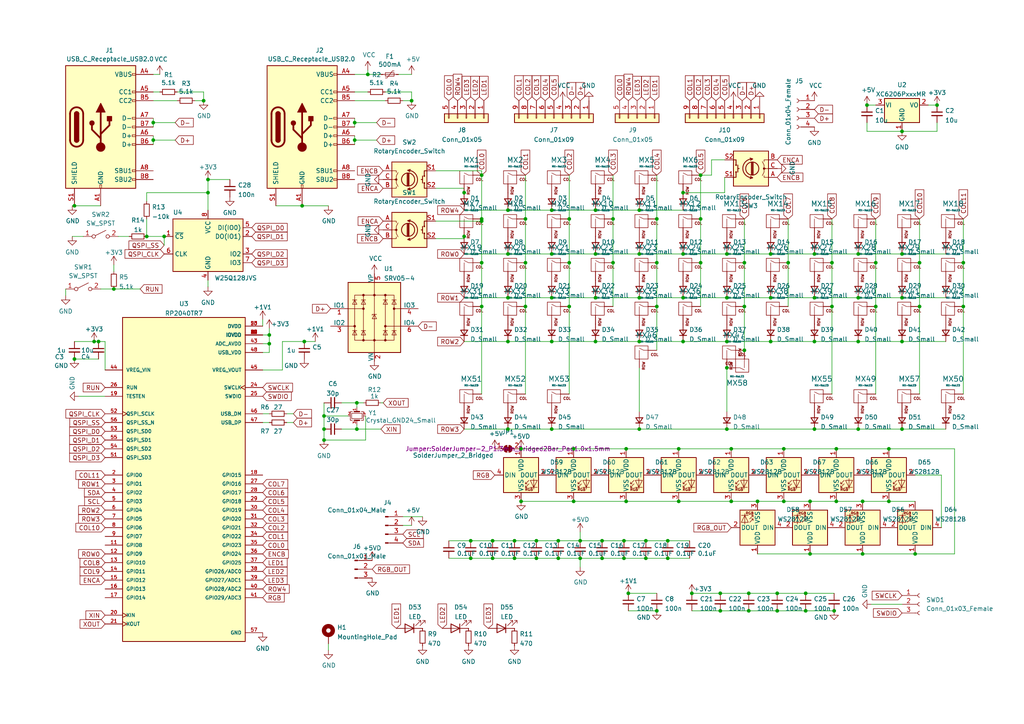
<source format=kicad_sch>
(kicad_sch (version 20211123) (generator eeschema)
  (paper "A4")
  (lib_symbols
    (symbol "Connector:Conn_01x03_Female" (pin_names (offset 1.016) hide)
      (property "Reference" "J" (at 0 5.08 0))
      (property "Value" "Conn_01x03_Female" (at 0 -5.08 0))
      (symbol "Conn_01x03_Female_1_1"
        (pin passive line (at -5.08 2.54 0) (length 3.81) (name "Pin_1") (number "1"))
        (pin passive line (at -5.08 0 0) (length 3.81) (name "Pin_2") (number "2"))
        (pin passive line (at -5.08 -2.54 0) (length 3.81) (name "Pin_3") (number "3"))
      )
    )
    (symbol "Connector:Conn_01x03_Male" (pin_names (offset 1.016) hide)
      (property "Reference" "J" (at 0 5.08 0))
      (property "Value" "Conn_01x03_Male" (at 0 -5.08 0))
      (symbol "Conn_01x03_Male_1_1"
        (pin passive line (at 5.08 2.54 180) (length 3.81) (name "Pin_1") (number "1"))
        (pin passive line (at 5.08 0 180) (length 3.81) (name "Pin_2") (number "2"))
        (pin passive line (at 5.08 -2.54 180) (length 3.81) (name "Pin_3") (number "3"))
      )
    )
    (symbol "Connector:Conn_01x04_Female" (pin_names (offset 1.016) hide)
      (property "Reference" "J" (at 0 5.08 0))
      (property "Value" "Conn_01x04_Female" (at 0 -7.62 0))
      (symbol "Conn_01x04_Female_1_1"
        (pin passive line (at -5.08 2.54 0) (length 3.81) (name "Pin_1") (number "1"))
        (pin passive line (at -5.08 0 0) (length 3.81) (name "Pin_2") (number "2"))
        (pin passive line (at -5.08 -2.54 0) (length 3.81) (name "Pin_3") (number "3"))
        (pin passive line (at -5.08 -5.08 0) (length 3.81) (name "Pin_4") (number "4"))
      )
    )
    (symbol "Connector:Conn_01x04_Male" (pin_names (offset 1.016) hide)
      (property "Reference" "J" (at 0 5.08 0))
      (property "Value" "Conn_01x04_Male" (at 0 -7.62 0))
      (symbol "Conn_01x04_Male_1_1"
        (pin passive line (at 5.08 2.54 180) (length 3.81) (name "Pin_1") (number "1"))
        (pin passive line (at 5.08 0 180) (length 3.81) (name "Pin_2") (number "2"))
        (pin passive line (at 5.08 -2.54 180) (length 3.81) (name "Pin_3") (number "3"))
        (pin passive line (at 5.08 -5.08 180) (length 3.81) (name "Pin_4") (number "4"))
      )
    )
    (symbol "Connector:USB_C_Receptacle_USB2.0" (pin_names (offset 1.016))
      (property "Reference" "J" (at -10.16 19.05 0))
      (property "Value" "USB_C_Receptacle_USB2.0" (at 19.05 19.05 0))
      (symbol "USB_C_Receptacle_USB2.0_1_1"
        (pin passive line (at 0 -22.86 90) (length 5.08) (name "GND") (number "A1"))
        (pin passive line (at 0 -22.86 90) (length 5.08) hide (name "GND") (number "A12"))
        (pin passive line (at 15.24 15.24 180) (length 5.08) (name "VBUS") (number "A4"))
        (pin bidirectional line (at 15.24 10.16 180) (length 5.08) (name "CC1") (number "A5"))
        (pin bidirectional line (at 15.24 -2.54 180) (length 5.08) (name "D+") (number "A6"))
        (pin bidirectional line (at 15.24 2.54 180) (length 5.08) (name "D-") (number "A7"))
        (pin bidirectional line (at 15.24 -12.7 180) (length 5.08) (name "SBU1") (number "A8"))
        (pin passive line (at 15.24 15.24 180) (length 5.08) hide (name "VBUS") (number "A9"))
        (pin passive line (at 0 -22.86 90) (length 5.08) hide (name "GND") (number "B1"))
        (pin passive line (at 0 -22.86 90) (length 5.08) hide (name "GND") (number "B12"))
        (pin passive line (at 15.24 15.24 180) (length 5.08) hide (name "VBUS") (number "B4"))
        (pin bidirectional line (at 15.24 7.62 180) (length 5.08) (name "CC2") (number "B5"))
        (pin bidirectional line (at 15.24 -5.08 180) (length 5.08) (name "D+") (number "B6"))
        (pin bidirectional line (at 15.24 0 180) (length 5.08) (name "D-") (number "B7"))
        (pin bidirectional line (at 15.24 -15.24 180) (length 5.08) (name "SBU2") (number "B8"))
        (pin passive line (at 15.24 15.24 180) (length 5.08) hide (name "VBUS") (number "B9"))
        (pin passive line (at -7.62 -22.86 90) (length 5.08) (name "SHIELD") (number "S1"))
      )
    )
    (symbol "Connector_Generic:Conn_01x05" (pin_names (offset 1.016) hide)
      (property "Reference" "J" (at 0 7.62 0))
      (property "Value" "Conn_01x05" (at 0 -7.62 0))
      (symbol "Conn_01x05_1_1"
        (pin passive line (at -5.08 5.08 0) (length 3.81) (name "Pin_1") (number "1"))
        (pin passive line (at -5.08 2.54 0) (length 3.81) (name "Pin_2") (number "2"))
        (pin passive line (at -5.08 0 0) (length 3.81) (name "Pin_3") (number "3"))
        (pin passive line (at -5.08 -2.54 0) (length 3.81) (name "Pin_4") (number "4"))
        (pin passive line (at -5.08 -5.08 0) (length 3.81) (name "Pin_5") (number "5"))
      )
    )
    (symbol "Connector_Generic:Conn_01x09" (pin_names (offset 1.016) hide)
      (property "Reference" "J" (at 0 12.7 0))
      (property "Value" "Conn_01x09" (at 0 -12.7 0))
      (symbol "Conn_01x09_1_1"
        (pin passive line (at -5.08 10.16 0) (length 3.81) (name "Pin_1") (number "1"))
        (pin passive line (at -5.08 7.62 0) (length 3.81) (name "Pin_2") (number "2"))
        (pin passive line (at -5.08 5.08 0) (length 3.81) (name "Pin_3") (number "3"))
        (pin passive line (at -5.08 2.54 0) (length 3.81) (name "Pin_4") (number "4"))
        (pin passive line (at -5.08 0 0) (length 3.81) (name "Pin_5") (number "5"))
        (pin passive line (at -5.08 -2.54 0) (length 3.81) (name "Pin_6") (number "6"))
        (pin passive line (at -5.08 -5.08 0) (length 3.81) (name "Pin_7") (number "7"))
        (pin passive line (at -5.08 -7.62 0) (length 3.81) (name "Pin_8") (number "8"))
        (pin passive line (at -5.08 -10.16 0) (length 3.81) (name "Pin_9") (number "9"))
      )
    )
    (symbol "Device:C_Small" (pin_numbers hide) (pin_names (offset 0.254) hide)
      (property "Reference" "C" (at 0.254 1.778 0))
      (property "Value" "C_Small" (at 0.254 -2.032 0))
      (symbol "C_Small_1_1"
        (pin passive line (at 0 2.54 270) (length 2.032) (name "~") (number "1"))
        (pin passive line (at 0 -2.54 90) (length 2.032) (name "~") (number "2"))
      )
    )
    (symbol "Device:Crystal_GND24_Small" (pin_names (offset 1.016) hide)
      (property "Reference" "Y" (at 1.27 4.445 0))
      (property "Value" "Crystal_GND24_Small" (at 1.27 2.54 0))
      (symbol "Crystal_GND24_Small_1_1"
        (pin passive line (at -2.54 0 0) (length 1.27) (name "1") (number "1"))
        (pin passive line (at 0 -2.54 90) (length 0.635) (name "2") (number "2"))
        (pin passive line (at 2.54 0 180) (length 1.27) (name "3") (number "3"))
        (pin passive line (at 0 2.54 270) (length 0.635) (name "4") (number "4"))
      )
    )
    (symbol "Device:D_Small" (pin_numbers hide) (pin_names (offset 0.254) hide)
      (property "Reference" "D" (at -1.27 2.032 0))
      (property "Value" "D_Small" (at -3.81 -2.032 0))
      (symbol "D_Small_1_1"
        (pin passive line (at -2.54 0 0) (length 1.778) (name "K") (number "1"))
        (pin passive line (at 2.54 0 180) (length 1.778) (name "A") (number "2"))
      )
    )
    (symbol "Device:LED" (pin_numbers hide) (pin_names (offset 1.016) hide)
      (property "Reference" "D" (at 0 2.54 0))
      (property "Value" "LED" (at 0 -2.54 0))
      (symbol "LED_1_1"
        (pin passive line (at -3.81 0 0) (length 2.54) (name "K") (number "1"))
        (pin passive line (at 3.81 0 180) (length 2.54) (name "A") (number "2"))
      )
    )
    (symbol "Device:Polyfuse_Small" (pin_numbers hide) (pin_names (offset 0))
      (property "Reference" "F" (at -1.905 0 90))
      (property "Value" "Polyfuse_Small" (at 1.905 0 90))
      (symbol "Polyfuse_Small_1_1"
        (pin passive line (at 0 2.54 270) (length 0.635) (name "~") (number "1"))
        (pin passive line (at 0 -2.54 90) (length 0.635) (name "~") (number "2"))
      )
    )
    (symbol "Device:R_Small" (pin_numbers hide) (pin_names (offset 0.254) hide)
      (property "Reference" "R" (at 0.762 0.508 0))
      (property "Value" "R_Small" (at 0.762 -1.016 0))
      (symbol "R_Small_1_1"
        (pin passive line (at 0 2.54 270) (length 0.762) (name "~") (number "1"))
        (pin passive line (at 0 -2.54 90) (length 0.762) (name "~") (number "2"))
      )
    )
    (symbol "Device:RotaryEncoder_Switch" (pin_names (offset 0.254) hide)
      (property "Reference" "SW" (at 0 6.604 0))
      (property "Value" "RotaryEncoder_Switch" (at 0 -6.604 0))
      (symbol "RotaryEncoder_Switch_1_1"
        (pin passive line (at -7.62 2.54 0) (length 2.54) (name "A") (number "A"))
        (pin passive line (at -7.62 -2.54 0) (length 2.54) (name "B") (number "B"))
        (pin passive line (at -7.62 0 0) (length 2.54) (name "C") (number "C"))
        (pin passive line (at 7.62 2.54 180) (length 2.54) (name "S1") (number "S1"))
        (pin passive line (at 7.62 -2.54 180) (length 2.54) (name "S2") (number "S2"))
      )
    )
    (symbol "Jumper:SolderJumper_2_Bridged" (pin_names (offset 0) hide)
      (property "Reference" "JP" (at 0 2.032 0))
      (property "Value" "SolderJumper_2_Bridged" (at 0 -2.54 0))
      (symbol "SolderJumper_2_Bridged_1_1"
        (pin passive line (at -3.81 0 0) (length 2.54) (name "A") (number "1"))
        (pin passive line (at 3.81 0 180) (length 2.54) (name "B") (number "2"))
      )
    )
    (symbol "LED:WS2812B" (pin_names (offset 0.254))
      (property "Reference" "D" (at 5.08 5.715 0))
      (property "Value" "WS2812B" (at 1.27 -5.715 0))
      (symbol "WS2812B_0_0"
        (text "RGB" (at 2.286 -4.191 0) (effects (font (size 0.762 0.762))))
      )
      (symbol "WS2812B_1_1"
        (pin power_in line (at 0 7.62 270) (length 2.54) (name "VDD") (number "1"))
        (pin output line (at 7.62 0 180) (length 2.54) (name "DOUT") (number "2"))
        (pin power_in line (at 0 -7.62 90) (length 2.54) (name "VSS") (number "3"))
        (pin input line (at -7.62 0 0) (length 2.54) (name "DIN") (number "4"))
      )
    )
    (symbol "MX_Alps_Hybrid:MX-NoLED" (pin_names (offset 1.016))
      (property "Reference" "MX" (at -0.635 3.81 0))
      (property "Value" "MX_Alps_Hybrid_MX-NoLED" (at -0.635 1.27 0))
      (symbol "MX-NoLED_0_0"
        (text "COL" (at 3.175 0 0) (effects (font (size 0.762 0.762))))
        (text "ROW" (at 0 -1.905 900) (effects (font (size 0.762 0.762)) (justify right)))
      )
      (symbol "MX-NoLED_1_1"
        (pin passive line (at 3.81 1.27 180) (length 2.54) (name "COL") (number "1"))
        (pin passive line (at -1.27 -3.81 90) (length 2.54) (name "ROW") (number "2"))
      )
    )
    (symbol "Mechanical:MountingHole_Pad" (pin_numbers hide) (pin_names (offset 1.016) hide)
      (property "Reference" "H" (at 0 6.35 0))
      (property "Value" "MountingHole_Pad" (at 0 4.445 0))
      (symbol "MountingHole_Pad_1_1"
        (pin input line (at 0 -2.54 90) (length 2.54) (name "1") (number "1"))
      )
    )
    (symbol "Memory_Flash:W25Q128JVS"
      (property "Reference" "U" (at -8.89 8.89 0))
      (property "Value" "W25Q128JVS" (at 7.62 8.89 0))
      (symbol "W25Q128JVS_1_1"
        (pin input line (at -12.7 2.54 0) (length 2.54) (name "~{CS}") (number "1"))
        (pin bidirectional line (at 12.7 2.54 180) (length 2.54) (name "DO(IO1)") (number "2"))
        (pin bidirectional line (at 12.7 -2.54 180) (length 2.54) (name "IO2") (number "3"))
        (pin power_in line (at 0 -10.16 90) (length 2.54) (name "GND") (number "4"))
        (pin bidirectional line (at 12.7 5.08 180) (length 2.54) (name "DI(IO0)") (number "5"))
        (pin input line (at -12.7 -2.54 0) (length 2.54) (name "CLK") (number "6"))
        (pin bidirectional line (at 12.7 -5.08 180) (length 2.54) (name "IO3") (number "7"))
        (pin power_in line (at 0 10.16 270) (length 2.54) (name "VCC") (number "8"))
      )
    )
    (symbol "Power_Protection:SRV05-4" (pin_names (offset 0))
      (property "Reference" "U" (at -5.08 11.43 0))
      (property "Value" "SRV05-4" (at 2.54 11.43 0))
      (symbol "SRV05-4_1_1"
        (pin passive line (at -12.7 2.54 0) (length 5.08) (name "IO1") (number "1"))
        (pin passive line (at 0 -12.7 90) (length 2.54) (name "VN") (number "2"))
        (pin passive line (at -12.7 -2.54 0) (length 5.08) (name "IO2") (number "3"))
        (pin passive line (at 12.7 2.54 180) (length 5.08) (name "IO3") (number "4"))
        (pin passive line (at 0 12.7 270) (length 2.54) (name "VP") (number "5"))
        (pin passive line (at 12.7 -2.54 180) (length 5.08) (name "IO4") (number "6"))
      )
    )
    (symbol "RP2040TR7:RP2040TR7" (pin_names (offset 1.016))
      (property "Reference" "U" (at -17.78 46.99 0))
      (property "Value" "RP2040TR7" (at -17.526 -51.562 0))
      (symbol "RP2040TR7_0_0"
        (pin power_in line (at 22.86 40.64 180) (length 5.08) (name "IOVDD") (number "1"))
        (pin power_in line (at 22.86 40.64 180) (length 5.08) (name "IOVDD") (number "10"))
        (pin bidirectional line (at -22.86 -20.32 0) (length 5.08) (name "GPIO8") (number "11"))
        (pin bidirectional line (at -22.86 -22.86 0) (length 5.08) (name "GPIO9") (number "12"))
        (pin bidirectional line (at -22.86 -25.4 0) (length 5.08) (name "GPIO10") (number "13"))
        (pin bidirectional line (at -22.86 -27.94 0) (length 5.08) (name "GPIO11") (number "14"))
        (pin bidirectional line (at -22.86 -30.48 0) (length 5.08) (name "GPIO12") (number "15"))
        (pin bidirectional line (at -22.86 -33.02 0) (length 5.08) (name "GPIO13") (number "16"))
        (pin bidirectional line (at -22.86 -35.56 0) (length 5.08) (name "GPIO14") (number "17"))
        (pin bidirectional line (at 22.86 0 180) (length 5.08) (name "GPIO15") (number "18"))
        (pin input line (at -22.86 22.86 0) (length 5.08) (name "TESTEN") (number "19"))
        (pin bidirectional line (at -22.86 0 0) (length 5.08) (name "GPIO0") (number "2"))
        (pin input clock (at -22.86 -40.64 0) (length 5.08) (name "XIN") (number "20"))
        (pin output clock (at -22.86 -43.18 0) (length 5.08) (name "XOUT") (number "21"))
        (pin power_in line (at 22.86 40.64 180) (length 5.08) (name "IOVDD") (number "22"))
        (pin power_in line (at 22.86 43.18 180) (length 5.08) (name "DVDD") (number "23"))
        (pin input clock (at 22.86 25.4 180) (length 5.08) (name "SWCLK") (number "24"))
        (pin bidirectional line (at 22.86 22.86 180) (length 5.08) (name "SWDIO") (number "25"))
        (pin input line (at -22.86 25.4 0) (length 5.08) (name "RUN") (number "26"))
        (pin bidirectional line (at 22.86 -2.54 180) (length 5.08) (name "GPIO16") (number "27"))
        (pin bidirectional line (at 22.86 -5.08 180) (length 5.08) (name "GPIO17") (number "28"))
        (pin bidirectional line (at 22.86 -7.62 180) (length 5.08) (name "GPIO18") (number "29"))
        (pin bidirectional line (at -22.86 -2.54 0) (length 5.08) (name "GPIO1") (number "3"))
        (pin bidirectional line (at 22.86 -10.16 180) (length 5.08) (name "GPIO19") (number "30"))
        (pin bidirectional line (at 22.86 -12.7 180) (length 5.08) (name "GPIO20") (number "31"))
        (pin bidirectional line (at 22.86 -15.24 180) (length 5.08) (name "GPIO21") (number "32"))
        (pin power_in line (at 22.86 40.64 180) (length 5.08) (name "IOVDD") (number "33"))
        (pin bidirectional line (at 22.86 -17.78 180) (length 5.08) (name "GPIO22") (number "34"))
        (pin bidirectional line (at 22.86 -20.32 180) (length 5.08) (name "GPIO23") (number "35"))
        (pin bidirectional line (at 22.86 -22.86 180) (length 5.08) (name "GPIO24") (number "36"))
        (pin bidirectional line (at 22.86 -25.4 180) (length 5.08) (name "GPIO25") (number "37"))
        (pin bidirectional line (at 22.86 -27.94 180) (length 5.08) (name "GPIO26/ADC0") (number "38"))
        (pin bidirectional line (at 22.86 -30.48 180) (length 5.08) (name "GPIO27/ADC1") (number "39"))
        (pin bidirectional line (at -22.86 -5.08 0) (length 5.08) (name "GPIO2") (number "4"))
        (pin bidirectional line (at 22.86 -33.02 180) (length 5.08) (name "GPIO28/ADC2") (number "40"))
        (pin bidirectional line (at 22.86 -35.56 180) (length 5.08) (name "GPIO29/ADC3") (number "41"))
        (pin power_in line (at 22.86 40.64 180) (length 5.08) (name "IOVDD") (number "42"))
        (pin power_in line (at 22.86 38.1 180) (length 5.08) (name "ADC_AVDD") (number "43"))
        (pin input line (at -22.86 30.48 0) (length 5.08) (name "VREG_VIN") (number "44"))
        (pin output line (at 22.86 30.48 180) (length 5.08) (name "VREG_VOUT") (number "45"))
        (pin bidirectional line (at 22.86 17.78 180) (length 5.08) (name "USB_DM") (number "46"))
        (pin bidirectional line (at 22.86 15.24 180) (length 5.08) (name "USB_DP") (number "47"))
        (pin power_in line (at 22.86 35.56 180) (length 5.08) (name "USB_VDD") (number "48"))
        (pin power_in line (at 22.86 40.64 180) (length 5.08) (name "IOVDD") (number "49"))
        (pin bidirectional line (at -22.86 -7.62 0) (length 5.08) (name "GPIO3") (number "5"))
        (pin power_in line (at 22.86 43.18 180) (length 5.08) (name "DVDD") (number "50"))
        (pin bidirectional line (at -22.86 5.08 0) (length 5.08) (name "QSPI_SD3") (number "51"))
        (pin bidirectional clock (at -22.86 17.78 0) (length 5.08) (name "QSPI_SCLK") (number "52"))
        (pin bidirectional line (at -22.86 12.7 0) (length 5.08) (name "QSPI_SD0") (number "53"))
        (pin bidirectional line (at -22.86 7.62 0) (length 5.08) (name "QSPI_SD2") (number "54"))
        (pin bidirectional line (at -22.86 10.16 0) (length 5.08) (name "QSPI_SD1") (number "55"))
        (pin bidirectional line (at -22.86 15.24 0) (length 5.08) (name "QSPI_SS_N") (number "56"))
        (pin power_in line (at 22.86 -45.72 180) (length 5.08) (name "GND") (number "57"))
        (pin bidirectional line (at -22.86 -10.16 0) (length 5.08) (name "GPIO4") (number "6"))
        (pin bidirectional line (at -22.86 -12.7 0) (length 5.08) (name "GPIO5") (number "7"))
        (pin bidirectional line (at -22.86 -15.24 0) (length 5.08) (name "GPIO6") (number "8"))
        (pin bidirectional line (at -22.86 -17.78 0) (length 5.08) (name "GPIO7") (number "9"))
      )
    )
    (symbol "Regulator_Linear:XC6206PxxxMR" (pin_names (offset 0.254))
      (property "Reference" "U" (at -3.81 3.175 0))
      (property "Value" "XC6206PxxxMR" (at 0 3.175 0))
      (symbol "XC6206PxxxMR_1_1"
        (pin power_in line (at 0 -7.62 90) (length 2.54) (name "GND") (number "1"))
        (pin power_out line (at 7.62 0 180) (length 2.54) (name "VO") (number "2"))
        (pin power_in line (at -7.62 0 0) (length 2.54) (name "VI") (number "3"))
      )
    )
    (symbol "Switch:SW_SPST" (pin_names (offset 0) hide)
      (property "Reference" "SW" (at 0 3.175 0))
      (property "Value" "SW_SPST" (at 0 -2.54 0))
      (symbol "SW_SPST_1_1"
        (pin passive line (at -5.08 0 0) (length 2.54) (name "A") (number "1"))
        (pin passive line (at 5.08 0 180) (length 2.54) (name "B") (number "2"))
      )
    )
    (symbol "power:+1V1" (power) (pin_names (offset 0))
      (property "Value" "+1V1" (at 0 3.556 0))
      (symbol "+1V1_1_1"
        (pin power_in line (at 0 0 90) (length 0) hide (name "+1V1") (number "1"))
      )
    )
    (symbol "power:+3V3" (power) (pin_names (offset 0))
      (property "Value" "+3V3" (at 0 3.556 0))
      (symbol "+3V3_1_1"
        (pin power_in line (at 0 0 90) (length 0) hide (name "+3V3") (number "1"))
      )
    )
    (symbol "power:+5V" (power) (pin_names (offset 0))
      (property "Value" "+5V" (at 0 3.556 0))
      (symbol "+5V_1_1"
        (pin power_in line (at 0 0 90) (length 0) hide (name "+5V") (number "1"))
      )
    )
    (symbol "power:+5VD" (power) (pin_names (offset 0))
      (property "Value" "+5VD" (at 0 3.556 0))
      (symbol "+5VD_1_1"
        (pin power_in line (at 0 0 90) (length 0) hide (name "+5VD") (number "1"))
      )
    )
    (symbol "power:GND" (power) (pin_names (offset 0))
      (property "Value" "GND" (at 0 -3.81 0))
      (symbol "GND_1_1"
        (pin power_in line (at 0 0 270) (length 0) hide (name "GND") (number "1"))
      )
    )
    (symbol "power:VCC" (power) (pin_names (offset 0))
      (property "Value" "VCC" (at 0 3.81 0))
      (symbol "VCC_1_1"
        (pin power_in line (at 0 0 90) (length 0) hide (name "VCC") (number "1"))
      )
    )
  )
  (junction (at 172.72 86.36))
  (junction (at 160.02 86.36))
  (junction (at 60.325 52.07))
  (junction (at 219.71 145.415))
  (junction (at 172.72 73.66))
  (junction (at 190.5 88.9))
  (junction (at 165.1 63.5))
  (junction (at 59.055 29.21))
  (junction (at 193.675 161.925))
  (junction (at 234.95 145.415))
  (junction (at 225.425 177.165))
  (junction (at 93.98 124.46))
  (junction (at 181.61 130.175))
  (junction (at 228.6 76.2))
  (junction (at 160.02 124.46))
  (junction (at 103.505 116.84))
  (junction (at 21.59 104.14))
  (junction (at 215.9 76.2))
  (junction (at 155.575 161.925))
  (junction (at 254 76.2))
  (junction (at 210.82 106.68))
  (junction (at 177.8 63.5))
  (junction (at 266.7 88.9))
  (junction (at 103.505 124.46))
  (junction (at 93.98 120.65))
  (junction (at 257.81 145.415))
  (junction (at 187.325 161.925))
  (junction (at 257.81 130.175))
  (junction (at 151.13 145.415))
  (junction (at 102.87 40.64))
  (junction (at 236.22 86.36))
  (junction (at 227.33 130.175))
  (junction (at 134.62 55.88))
  (junction (at 212.09 130.175))
  (junction (at 248.92 86.36))
  (junction (at 155.575 156.845))
  (junction (at 27.305 99.06))
  (junction (at 203.2 50.8))
  (junction (at 119.38 29.21))
  (junction (at 250.19 145.415))
  (junction (at 151.13 130.175))
  (junction (at 200.66 172.085))
  (junction (at 139.7 76.2))
  (junction (at 44.45 40.64))
  (junction (at 147.32 86.36))
  (junction (at 217.17 177.165))
  (junction (at 181.61 145.415))
  (junction (at 196.85 145.415))
  (junction (at 165.1 88.9))
  (junction (at 215.9 88.9))
  (junction (at 147.32 99.06))
  (junction (at 187.325 156.845))
  (junction (at 160.02 60.96))
  (junction (at 261.62 124.46))
  (junction (at 180.975 156.845))
  (junction (at 152.4 88.9))
  (junction (at 198.12 86.36))
  (junction (at 147.32 124.46))
  (junction (at 168.275 156.845))
  (junction (at 106.68 21.59))
  (junction (at 261.62 99.06))
  (junction (at 78.105 97.155))
  (junction (at 215.9 101.6))
  (junction (at 165.1 76.2))
  (junction (at 33.02 83.82))
  (junction (at 242.57 130.175))
  (junction (at 225.425 172.085))
  (junction (at 149.225 156.845))
  (junction (at 190.5 76.2))
  (junction (at 198.12 55.88))
  (junction (at 174.625 156.845))
  (junction (at 248.92 124.46))
  (junction (at 251.46 30.48))
  (junction (at 136.525 161.925))
  (junction (at 190.5 177.165))
  (junction (at 190.5 63.5))
  (junction (at 212.09 145.415))
  (junction (at 210.82 73.66))
  (junction (at 236.22 73.66))
  (junction (at 261.62 86.36))
  (junction (at 139.7 88.9))
  (junction (at 28.575 99.06))
  (junction (at 242.57 145.415))
  (junction (at 198.12 99.06))
  (junction (at 193.675 156.845))
  (junction (at 149.225 161.925))
  (junction (at 78.105 99.695))
  (junction (at 142.875 161.925))
  (junction (at 233.68 177.165))
  (junction (at 185.42 73.66))
  (junction (at 248.92 99.06))
  (junction (at 208.915 172.085))
  (junction (at 227.33 145.415))
  (junction (at 139.7 64.135))
  (junction (at 185.42 86.36))
  (junction (at 223.52 99.06))
  (junction (at 60.325 55.88))
  (junction (at 160.02 99.06))
  (junction (at 248.92 73.66))
  (junction (at 210.82 124.46))
  (junction (at 208.915 177.165))
  (junction (at 87.63 59.69))
  (junction (at 174.625 161.925))
  (junction (at 182.245 172.085))
  (junction (at 177.8 76.2))
  (junction (at 241.935 177.165))
  (junction (at 234.95 160.655))
  (junction (at 265.43 160.655))
  (junction (at 21.59 59.69))
  (junction (at 136.525 156.845))
  (junction (at 241.3 88.9))
  (junction (at 139.7 63.5))
  (junction (at 236.22 99.06))
  (junction (at 250.19 160.655))
  (junction (at 185.42 124.46))
  (junction (at 196.85 130.175))
  (junction (at 223.52 73.66))
  (junction (at 168.275 161.925))
  (junction (at 44.45 35.56))
  (junction (at 166.37 145.415))
  (junction (at 233.68 172.085))
  (junction (at 134.62 68.58))
  (junction (at 166.37 130.175))
  (junction (at 254 88.9))
  (junction (at 160.02 73.66))
  (junction (at 161.925 156.845))
  (junction (at 203.2 63.5))
  (junction (at 217.17 172.085))
  (junction (at 172.72 99.06))
  (junction (at 102.87 35.56))
  (junction (at 172.72 60.96))
  (junction (at 261.62 38.1))
  (junction (at 236.22 124.46))
  (junction (at 271.78 30.48))
  (junction (at 93.98 127.635))
  (junction (at 279.4 76.2))
  (junction (at 147.32 60.96))
  (junction (at 210.82 86.36))
  (junction (at 241.3 76.2))
  (junction (at 198.12 73.66))
  (junction (at 210.82 99.06))
  (junction (at 266.7 76.2))
  (junction (at 42.545 68.58))
  (junction (at 223.52 86.36))
  (junction (at 47.625 68.58))
  (junction (at 152.4 76.2))
  (junction (at 88.265 99.06))
  (junction (at 139.7 50.8))
  (junction (at 142.875 156.845))
  (junction (at 152.4 63.5))
  (junction (at 185.42 60.96))
  (junction (at 279.4 88.9))
  (junction (at 161.925 161.925))
  (junction (at 185.42 99.06))
  (junction (at 261.62 73.66))
  (junction (at 147.32 73.66))
  (junction (at 203.2 76.2))
  (junction (at 180.975 161.925))
  (wire (pts (xy 147.32 99.06) (xy 160.02 99.06)))
  (wire (pts (xy 83.185 122.555) (xy 85.09 122.555)))
  (wire (pts (xy 233.68 172.085) (xy 241.935 172.085)))
  (wire (pts (xy 168.275 161.925) (xy 174.625 161.925)))
  (wire (pts (xy 88.265 99.06) (xy 91.44 99.06)))
  (wire (pts (xy 165.1 50.8) (xy 165.1 63.5)))
  (wire (pts (xy 151.13 130.175) (xy 166.37 130.175)))
  (wire (pts (xy 212.09 130.175) (xy 227.33 130.175)))
  (wire (pts (xy 59.055 29.21) (xy 56.515 29.21)))
  (wire (pts (xy 172.72 86.36) (xy 185.42 86.36)))
  (wire (pts (xy 87.63 59.69) (xy 95.25 59.69)))
  (wire (pts (xy 105.41 116.84) (xy 103.505 116.84)))
  (wire (pts (xy 219.71 145.415) (xy 227.33 145.415)))
  (wire (pts (xy 76.2 122.555) (xy 78.105 122.555)))
  (wire (pts (xy 109.22 40.64) (xy 102.87 40.64)))
  (wire (pts (xy 166.37 130.175) (xy 181.61 130.175)))
  (wire (pts (xy 22.86 114.935) (xy 30.48 114.935)))
  (wire (pts (xy 152.4 63.5) (xy 152.4 76.2)))
  (wire (pts (xy 172.72 73.66) (xy 185.42 73.66)))
  (wire (pts (xy 236.22 124.46) (xy 248.92 124.46)))
  (wire (pts (xy 254 76.2) (xy 254 88.9)))
  (wire (pts (xy 206.375 50.8) (xy 203.2 50.8)))
  (wire (pts (xy 99.06 116.84) (xy 103.505 116.84)))
  (wire (pts (xy 252.73 175.26) (xy 261.62 175.26)))
  (wire (pts (xy 95.25 186.69) (xy 95.25 188.595)))
  (wire (pts (xy 44.45 40.64) (xy 44.45 41.91)))
  (wire (pts (xy 139.7 88.9) (xy 139.7 114.3)))
  (wire (pts (xy 174.625 161.925) (xy 180.975 161.925)))
  (wire (pts (xy 168.275 164.465) (xy 168.275 161.925)))
  (wire (pts (xy 266.7 88.9) (xy 266.7 114.3)))
  (wire (pts (xy 236.22 99.06) (xy 248.92 99.06)))
  (wire (pts (xy 50.8 35.56) (xy 44.45 35.56)))
  (wire (pts (xy 119.38 26.67) (xy 119.38 29.21)))
  (wire (pts (xy 185.42 73.66) (xy 198.12 73.66)))
  (wire (pts (xy 265.43 137.795) (xy 273.05 137.795)))
  (wire (pts (xy 225.425 172.085) (xy 233.68 172.085)))
  (wire (pts (xy 276.86 130.175) (xy 276.86 160.655)))
  (wire (pts (xy 149.225 161.925) (xy 155.575 161.925)))
  (wire (pts (xy 200.66 172.085) (xy 208.915 172.085)))
  (wire (pts (xy 60.325 81.28) (xy 60.325 83.185)))
  (wire (pts (xy 198.12 73.66) (xy 210.82 73.66)))
  (wire (pts (xy 102.87 34.29) (xy 102.87 35.56)))
  (wire (pts (xy 233.68 177.165) (xy 241.935 177.165)))
  (wire (pts (xy 248.92 73.66) (xy 261.62 73.66)))
  (wire (pts (xy 181.61 145.415) (xy 196.85 145.415)))
  (wire (pts (xy 208.915 177.165) (xy 217.17 177.165)))
  (wire (pts (xy 59.055 26.67) (xy 59.055 29.21)))
  (wire (pts (xy 42.545 55.88) (xy 60.325 55.88)))
  (wire (pts (xy 44.45 39.37) (xy 44.45 40.64)))
  (wire (pts (xy 271.78 38.1) (xy 271.78 35.56)))
  (wire (pts (xy 161.925 161.925) (xy 168.275 161.925)))
  (wire (pts (xy 210.185 46.355) (xy 206.375 46.355)))
  (wire (pts (xy 136.525 156.845) (xy 142.875 156.845)))
  (wire (pts (xy 198.12 99.06) (xy 210.82 99.06)))
  (wire (pts (xy 103.505 116.84) (xy 103.505 118.11)))
  (wire (pts (xy 20.955 59.69) (xy 21.59 59.69)))
  (wire (pts (xy 93.98 116.84) (xy 93.98 120.65)))
  (wire (pts (xy 147.32 73.66) (xy 160.02 73.66)))
  (wire (pts (xy 126.365 54.61) (xy 134.62 54.61)))
  (wire (pts (xy 29.21 83.82) (xy 33.02 83.82)))
  (wire (pts (xy 210.82 124.46) (xy 236.22 124.46)))
  (wire (pts (xy 33.02 83.82) (xy 40.64 83.82)))
  (wire (pts (xy 190.5 76.2) (xy 190.5 88.9)))
  (wire (pts (xy 200.66 177.165) (xy 208.915 177.165)))
  (wire (pts (xy 172.72 99.06) (xy 185.42 99.06)))
  (wire (pts (xy 44.45 35.56) (xy 44.45 36.83)))
  (wire (pts (xy 76.2 99.695) (xy 78.105 99.695)))
  (wire (pts (xy 187.325 156.845) (xy 193.675 156.845)))
  (wire (pts (xy 177.8 63.5) (xy 177.8 76.2)))
  (wire (pts (xy 227.33 130.175) (xy 242.57 130.175)))
  (wire (pts (xy 60.325 60.96) (xy 60.325 55.88)))
  (wire (pts (xy 180.975 161.925) (xy 187.325 161.925)))
  (wire (pts (xy 266.7 63.5) (xy 266.7 76.2)))
  (wire (pts (xy 234.95 145.415) (xy 242.57 145.415)))
  (wire (pts (xy 130.175 161.925) (xy 136.525 161.925)))
  (wire (pts (xy 251.46 38.1) (xy 261.62 38.1)))
  (wire (pts (xy 147.32 60.96) (xy 160.02 60.96)))
  (wire (pts (xy 269.24 30.48) (xy 271.78 30.48)))
  (wire (pts (xy 47.625 68.58) (xy 47.625 71.12)))
  (wire (pts (xy 181.61 130.175) (xy 196.85 130.175)))
  (wire (pts (xy 126.365 69.215) (xy 134.62 69.215)))
  (wire (pts (xy 241.3 76.2) (xy 241.3 88.9)))
  (wire (pts (xy 198.12 86.36) (xy 210.82 86.36)))
  (wire (pts (xy 21.59 104.14) (xy 28.575 104.14)))
  (wire (pts (xy 42.545 68.58) (xy 42.545 63.5)))
  (wire (pts (xy 152.4 50.8) (xy 152.4 63.5)))
  (wire (pts (xy 126.365 49.53) (xy 139.7 49.53)))
  (wire (pts (xy 228.6 76.2) (xy 228.6 88.9)))
  (wire (pts (xy 76.2 107.315) (xy 81.915 107.315)))
  (wire (pts (xy 115.57 21.59) (xy 119.38 21.59)))
  (wire (pts (xy 279.4 76.2) (xy 279.4 88.9)))
  (wire (pts (xy 93.98 120.65) (xy 100.965 120.65)))
  (wire (pts (xy 102.87 39.37) (xy 102.87 40.64)))
  (wire (pts (xy 219.71 160.655) (xy 234.95 160.655)))
  (wire (pts (xy 149.225 156.845) (xy 155.575 156.845)))
  (wire (pts (xy 242.57 145.415) (xy 250.19 145.415)))
  (wire (pts (xy 166.37 145.415) (xy 181.61 145.415)))
  (wire (pts (xy 102.87 21.59) (xy 106.68 21.59)))
  (wire (pts (xy 212.09 145.415) (xy 219.71 145.415)))
  (wire (pts (xy 134.62 54.61) (xy 134.62 55.88)))
  (wire (pts (xy 210.82 106.68) (xy 210.82 119.38)))
  (wire (pts (xy 165.1 76.2) (xy 165.1 88.9)))
  (wire (pts (xy 198.12 55.88) (xy 210.185 55.88)))
  (wire (pts (xy 203.2 76.2) (xy 203.2 88.9)))
  (wire (pts (xy 248.92 86.36) (xy 261.62 86.36)))
  (wire (pts (xy 185.42 60.96) (xy 198.12 60.96)))
  (wire (pts (xy 76.2 102.235) (xy 78.105 102.235)))
  (wire (pts (xy 223.52 99.06) (xy 236.22 99.06)))
  (wire (pts (xy 136.525 161.925) (xy 142.875 161.925)))
  (wire (pts (xy 210.82 86.36) (xy 223.52 86.36)))
  (wire (pts (xy 160.02 73.66) (xy 172.72 73.66)))
  (wire (pts (xy 172.72 60.96) (xy 185.42 60.96)))
  (wire (pts (xy 134.62 73.66) (xy 147.32 73.66)))
  (wire (pts (xy 182.245 172.085) (xy 190.5 172.085)))
  (wire (pts (xy 139.7 64.135) (xy 139.7 76.2)))
  (wire (pts (xy 19.05 85.725) (xy 19.05 83.82)))
  (wire (pts (xy 155.575 156.845) (xy 161.925 156.845)))
  (wire (pts (xy 241.3 63.5) (xy 241.3 76.2)))
  (wire (pts (xy 206.375 46.355) (xy 206.375 50.8)))
  (wire (pts (xy 20.955 68.58) (xy 24.13 68.58)))
  (wire (pts (xy 106.045 127.635) (xy 93.98 127.635)))
  (wire (pts (xy 111.76 26.67) (xy 119.38 26.67)))
  (wire (pts (xy 27.305 99.06) (xy 28.575 99.06)))
  (wire (pts (xy 83.185 120.015) (xy 85.09 120.015)))
  (wire (pts (xy 119.38 29.21) (xy 116.84 29.21)))
  (wire (pts (xy 261.62 124.46) (xy 274.32 124.46)))
  (wire (pts (xy 168.275 156.845) (xy 174.625 156.845)))
  (wire (pts (xy 160.02 86.36) (xy 172.72 86.36)))
  (wire (pts (xy 257.81 145.415) (xy 265.43 145.415)))
  (wire (pts (xy 182.245 177.165) (xy 190.5 177.165)))
  (wire (pts (xy 236.22 86.36) (xy 248.92 86.36)))
  (wire (pts (xy 139.7 63.5) (xy 139.7 64.135)))
  (wire (pts (xy 134.62 99.06) (xy 147.32 99.06)))
  (wire (pts (xy 160.02 99.06) (xy 172.72 99.06)))
  (wire (pts (xy 185.42 124.46) (xy 210.82 124.46)))
  (wire (pts (xy 203.2 63.5) (xy 203.2 76.2)))
  (wire (pts (xy 139.7 50.8) (xy 139.7 63.5)))
  (wire (pts (xy 190.5 88.9) (xy 190.5 101.6)))
  (wire (pts (xy 60.325 55.88) (xy 60.325 52.07)))
  (wire (pts (xy 147.32 124.46) (xy 160.02 124.46)))
  (wire (pts (xy 254 88.9) (xy 254 114.3)))
  (wire (pts (xy 147.32 86.36) (xy 160.02 86.36)))
  (wire (pts (xy 21.59 59.69) (xy 29.21 59.69)))
  (wire (pts (xy 193.675 161.925) (xy 200.025 161.925)))
  (wire (pts (xy 223.52 73.66) (xy 236.22 73.66)))
  (wire (pts (xy 93.98 120.65) (xy 93.98 124.46)))
  (wire (pts (xy 217.17 177.165) (xy 225.425 177.165)))
  (wire (pts (xy 151.13 145.415) (xy 166.37 145.415)))
  (wire (pts (xy 261.62 99.06) (xy 274.32 99.06)))
  (wire (pts (xy 261.62 38.1) (xy 271.78 38.1)))
  (wire (pts (xy 210.82 99.06) (xy 223.52 99.06)))
  (wire (pts (xy 44.45 26.67) (xy 46.355 26.67)))
  (wire (pts (xy 251.46 35.56) (xy 251.46 38.1)))
  (wire (pts (xy 44.45 29.21) (xy 51.435 29.21)))
  (wire (pts (xy 142.875 156.845) (xy 149.225 156.845)))
  (wire (pts (xy 78.105 99.695) (xy 78.105 97.155)))
  (wire (pts (xy 196.85 145.415) (xy 212.09 145.415)))
  (wire (pts (xy 102.87 26.67) (xy 106.68 26.67)))
  (wire (pts (xy 81.915 107.315) (xy 81.915 99.06)))
  (wire (pts (xy 102.87 29.21) (xy 111.76 29.21)))
  (wire (pts (xy 265.43 160.655) (xy 276.86 160.655)))
  (wire (pts (xy 103.505 124.46) (xy 110.49 124.46)))
  (wire (pts (xy 185.42 86.36) (xy 198.12 86.36)))
  (wire (pts (xy 228.6 63.5) (xy 228.6 76.2)))
  (wire (pts (xy 196.85 130.175) (xy 212.09 130.175)))
  (wire (pts (xy 152.4 76.2) (xy 152.4 88.9)))
  (wire (pts (xy 116.84 152.4) (xy 119.38 152.4)))
  (wire (pts (xy 161.925 156.845) (xy 168.275 156.845)))
  (wire (pts (xy 261.62 73.66) (xy 274.32 73.66)))
  (wire (pts (xy 76.2 92.71) (xy 76.2 94.615)))
  (wire (pts (xy 210.185 55.88) (xy 210.185 51.435)))
  (wire (pts (xy 134.62 86.36) (xy 147.32 86.36)))
  (wire (pts (xy 227.33 145.415) (xy 234.95 145.415)))
  (wire (pts (xy 28.575 99.06) (xy 30.48 99.06)))
  (wire (pts (xy 208.915 172.085) (xy 217.17 172.085)))
  (wire (pts (xy 78.105 95.25) (xy 78.105 97.155)))
  (wire (pts (xy 225.425 177.165) (xy 233.68 177.165)))
  (wire (pts (xy 76.2 97.155) (xy 78.105 97.155)))
  (wire (pts (xy 33.02 76.835) (xy 33.02 78.74)))
  (wire (pts (xy 234.95 160.655) (xy 250.19 160.655)))
  (wire (pts (xy 203.2 50.8) (xy 203.2 63.5)))
  (wire (pts (xy 42.545 58.42) (xy 42.545 55.88)))
  (wire (pts (xy 106.68 21.59) (xy 110.49 21.59)))
  (wire (pts (xy 106.68 21.59) (xy 106.68 20.32)))
  (wire (pts (xy 21.59 99.06) (xy 27.305 99.06)))
  (wire (pts (xy 102.87 35.56) (xy 102.87 36.83)))
  (wire (pts (xy 80.01 59.69) (xy 87.63 59.69)))
  (wire (pts (xy 190.5 50.8) (xy 190.5 63.5)))
  (wire (pts (xy 185.42 106.68) (xy 185.42 119.38)))
  (wire (pts (xy 160.02 60.96) (xy 172.72 60.96)))
  (wire (pts (xy 165.1 63.5) (xy 165.1 76.2)))
  (wire (pts (xy 60.325 52.07) (xy 66.675 52.07)))
  (wire (pts (xy 215.9 76.2) (xy 215.9 88.9)))
  (wire (pts (xy 177.8 76.2) (xy 177.8 88.9)))
  (wire (pts (xy 185.42 99.06) (xy 198.12 99.06)))
  (wire (pts (xy 109.22 35.56) (xy 102.87 35.56)))
  (wire (pts (xy 155.575 161.925) (xy 161.925 161.925)))
  (wire (pts (xy 102.87 40.64) (xy 102.87 41.91)))
  (wire (pts (xy 78.105 102.235) (xy 78.105 99.695)))
  (wire (pts (xy 139.7 49.53) (xy 139.7 50.8)))
  (wire (pts (xy 76.2 120.015) (xy 78.105 120.015)))
  (wire (pts (xy 177.8 50.8) (xy 177.8 63.5)))
  (wire (pts (xy 47.625 68.58) (xy 42.545 68.58)))
  (wire (pts (xy 250.19 160.655) (xy 265.43 160.655)))
  (wire (pts (xy 251.46 30.48) (xy 254 30.48)))
  (wire (pts (xy 250.19 145.415) (xy 257.81 145.415)))
  (wire (pts (xy 187.325 161.925) (xy 193.675 161.925)))
  (wire (pts (xy 106.045 120.65) (xy 106.045 127.635)))
  (wire (pts (xy 248.92 99.06) (xy 261.62 99.06)))
  (wire (pts (xy 152.4 88.9) (xy 152.4 114.3)))
  (wire (pts (xy 257.81 130.175) (xy 276.86 130.175)))
  (wire (pts (xy 160.02 124.46) (xy 185.42 124.46)))
  (wire (pts (xy 273.05 137.795) (xy 273.05 153.035)))
  (wire (pts (xy 241.3 88.9) (xy 241.3 114.3)))
  (wire (pts (xy 168.275 154.305) (xy 168.275 156.845)))
  (wire (pts (xy 193.675 156.845) (xy 200.025 156.845)))
  (wire (pts (xy 190.5 63.5) (xy 190.5 76.2)))
  (wire (pts (xy 134.62 60.96) (xy 147.32 60.96)))
  (wire (pts (xy 34.29 68.58) (xy 37.465 68.58)))
  (wire (pts (xy 223.52 86.36) (xy 236.22 86.36)))
  (wire (pts (xy 126.365 64.135) (xy 139.7 64.135)))
  (wire (pts (xy 279.4 63.5) (xy 279.4 76.2)))
  (wire (pts (xy 215.9 63.5) (xy 215.9 76.2)))
  (wire (pts (xy 174.625 156.845) (xy 180.975 156.845)))
  (wire (pts (xy 266.7 76.2) (xy 266.7 88.9)))
  (wire (pts (xy 165.1 88.9) (xy 165.1 114.3)))
  (wire (pts (xy 30.48 107.315) (xy 30.48 99.06)))
  (wire (pts (xy 93.98 127.635) (xy 93.98 124.46)))
  (wire (pts (xy 142.875 161.925) (xy 149.225 161.925)))
  (wire (pts (xy 44.45 21.59) (xy 46.355 21.59)))
  (wire (pts (xy 254 63.5) (xy 254 76.2)))
  (wire (pts (xy 130.175 156.845) (xy 136.525 156.845)))
  (wire (pts (xy 44.45 34.29) (xy 44.45 35.56)))
  (wire (pts (xy 103.505 123.19) (xy 103.505 124.46)))
  (wire (pts (xy 134.62 124.46) (xy 147.32 124.46)))
  (wire (pts (xy 139.7 76.2) (xy 139.7 88.9)))
  (wire (pts (xy 81.915 99.06) (xy 88.265 99.06)))
  (wire (pts (xy 217.17 172.085) (xy 225.425 172.085)))
  (wire (pts (xy 210.82 73.66) (xy 223.52 73.66)))
  (wire (pts (xy 242.57 130.175) (xy 257.81 130.175)))
  (wire (pts (xy 236.22 73.66) (xy 248.92 73.66)))
  (wire (pts (xy 261.62 86.36) (xy 274.32 86.36)))
  (wire (pts (xy 134.62 69.215) (xy 134.62 68.58)))
  (wire (pts (xy 279.4 88.9) (xy 279.4 114.3)))
  (wire (pts (xy 116.84 149.86) (xy 122.555 149.86)))
  (wire (pts (xy 111.125 116.84) (xy 110.49 116.84)))
  (wire (pts (xy 180.975 156.845) (xy 187.325 156.845)))
  (wire (pts (xy 99.06 124.46) (xy 103.505 124.46)))
  (wire (pts (xy 51.435 26.67) (xy 59.055 26.67)))
  (wire (pts (xy 215.9 88.9) (xy 215.9 101.6)))
  (wire (pts (xy 248.92 124.46) (xy 261.62 124.46)))
  (wire (pts (xy 50.8 40.64) (xy 44.45 40.64)))
  (global_label "COL4" (shape input) (at 76.2 147.955 0) (property "Intersheet References" "${INTERSHEET_REFS}" (effects hide)))
  (global_label "COL11" (shape input) (at 279.4 63.5 90) (property "Intersheet References" "${INTERSHEET_REFS}" (effects hide)))
  (global_label "ENCB" (shape input) (at 76.2 160.655 0) (property "Intersheet References" "${INTERSHEET_REFS}" (effects hide)))
  (global_label "QSPI_SS" (shape input) (at 30.48 122.555 180) (property "Intersheet References" "${INTERSHEET_REFS}" (effects hide)))
  (global_label "ROW2" (shape input) (at 134.62 99.06 180) (property "Intersheet References" "${INTERSHEET_REFS}" (effects hide)))
  (global_label "COL9" (shape input) (at 254 63.5 90) (property "Intersheet References" "${INTERSHEET_REFS}" (effects hide)))
  (global_label "ROW1" (shape input) (at 30.48 140.335 180) (property "Intersheet References" "${INTERSHEET_REFS}" (effects hide)))
  (global_label "COL5" (shape input) (at 160.655 29.21 90) (property "Intersheet References" "${INTERSHEET_REFS}" (effects hide)))
  (global_label "QSPI_D0" (shape input) (at 73.025 66.04 0) (property "Intersheet References" "${INTERSHEET_REFS}" (effects hide)))
  (global_label "COL4" (shape input) (at 190.5 50.8 90) (property "Intersheet References" "${INTERSHEET_REFS}" (effects hide)))
  (global_label "D+" (shape input) (at 109.22 40.64 0) (property "Intersheet References" "${INTERSHEET_REFS}" (effects hide)))
  (global_label "SCL" (shape input) (at 30.48 145.415 180) (property "Intersheet References" "${INTERSHEET_REFS}" (effects hide)))
  (global_label "D-" (shape input) (at 165.735 29.21 90) (property "Intersheet References" "${INTERSHEET_REFS}" (effects hide)))
  (global_label "COL0" (shape input) (at 139.7 50.8 90) (property "Intersheet References" "${INTERSHEET_REFS}" (effects hide)))
  (global_label "D+" (shape input) (at 236.22 34.29 0) (property "Intersheet References" "${INTERSHEET_REFS}" (effects hide)))
  (global_label "SDA" (shape input) (at 116.84 157.48 0) (property "Intersheet References" "${INTERSHEET_REFS}" (effects hide)))
  (global_label "SWCLK" (shape input) (at 76.2 112.395 0) (property "Intersheet References" "${INTERSHEET_REFS}" (effects hide)))
  (global_label "ENCA" (shape input) (at 225.425 46.355 0) (property "Intersheet References" "${INTERSHEET_REFS}" (effects hide)))
  (global_label "SWDIO" (shape input) (at 261.62 177.8 180) (property "Intersheet References" "${INTERSHEET_REFS}" (effects hide)))
  (global_label "LED2" (shape input) (at 137.795 29.21 90) (property "Intersheet References" "${INTERSHEET_REFS}" (effects hide)))
  (global_label "ROW0" (shape input) (at 30.48 160.655 180) (property "Intersheet References" "${INTERSHEET_REFS}" (effects hide)))
  (global_label "COL0" (shape input) (at 76.2 158.115 0) (property "Intersheet References" "${INTERSHEET_REFS}" (effects hide)))
  (global_label "LED1" (shape input) (at 140.335 29.21 90) (property "Intersheet References" "${INTERSHEET_REFS}" (effects hide)))
  (global_label "RGB" (shape input) (at 143.51 137.795 180) (property "Intersheet References" "${INTERSHEET_REFS}" (effects hide)))
  (global_label "COL7" (shape input) (at 228.6 63.5 90) (property "Intersheet References" "${INTERSHEET_REFS}" (effects hide)))
  (global_label "COL6" (shape input) (at 76.2 142.875 0) (property "Intersheet References" "${INTERSHEET_REFS}" (effects hide)))
  (global_label "COL3" (shape input) (at 155.575 29.21 90) (property "Intersheet References" "${INTERSHEET_REFS}" (effects hide)))
  (global_label "COL10" (shape input) (at 30.48 153.035 180) (property "Intersheet References" "${INTERSHEET_REFS}" (effects hide)))
  (global_label "ROW3" (shape input) (at 30.48 150.495 180) (property "Intersheet References" "${INTERSHEET_REFS}" (effects hide)))
  (global_label "COL4" (shape input) (at 207.645 29.21 90) (property "Intersheet References" "${INTERSHEET_REFS}" (effects hide)))
  (global_label "LED1" (shape input) (at 114.935 182.245 90) (property "Intersheet References" "${INTERSHEET_REFS}" (effects hide)))
  (global_label "ROW4" (shape input) (at 182.245 29.21 90) (property "Intersheet References" "${INTERSHEET_REFS}" (effects hide)))
  (global_label "LED2" (shape input) (at 128.27 182.245 90) (property "Intersheet References" "${INTERSHEET_REFS}" (effects hide)))
  (global_label "D-" (shape input) (at 236.22 31.75 0) (property "Intersheet References" "${INTERSHEET_REFS}" (effects hide)))
  (global_label "XOUT" (shape input) (at 30.48 180.975 180) (property "Intersheet References" "${INTERSHEET_REFS}" (effects hide)))
  (global_label "D+" (shape input) (at 50.8 40.64 0) (property "Intersheet References" "${INTERSHEET_REFS}" (effects hide)))
  (global_label "LED3" (shape input) (at 135.255 29.21 90) (property "Intersheet References" "${INTERSHEET_REFS}" (effects hide)))
  (global_label "ENCB" (shape input) (at 111.125 49.53 180) (property "Intersheet References" "${INTERSHEET_REFS}" (effects hide)))
  (global_label "ENCB" (shape input) (at 225.425 51.435 0) (property "Intersheet References" "${INTERSHEET_REFS}" (effects hide)))
  (global_label "RUN" (shape input) (at 30.48 112.395 180) (property "Intersheet References" "${INTERSHEET_REFS}" (effects hide)))
  (global_label "XIN" (shape input) (at 110.49 124.46 0) (property "Intersheet References" "${INTERSHEET_REFS}" (effects hide)))
  (global_label "ENCA" (shape input) (at 30.48 168.275 180) (property "Intersheet References" "${INTERSHEET_REFS}" (effects hide)))
  (global_label "RGB" (shape input) (at 76.2 173.355 0) (property "Intersheet References" "${INTERSHEET_REFS}" (effects hide)))
  (global_label "ENCA" (shape input) (at 111.125 64.135 180) (property "Intersheet References" "${INTERSHEET_REFS}" (effects hide)))
  (global_label "COL3" (shape input) (at 205.105 29.21 90) (property "Intersheet References" "${INTERSHEET_REFS}" (effects hide)))
  (global_label "LED1" (shape input) (at 76.2 163.195 0) (property "Intersheet References" "${INTERSHEET_REFS}" (effects hide)))
  (global_label "RUN" (shape input) (at 40.64 83.82 0) (property "Intersheet References" "${INTERSHEET_REFS}" (effects hide)))
  (global_label "ROW4" (shape input) (at 132.715 29.21 90) (property "Intersheet References" "${INTERSHEET_REFS}" (effects hide)))
  (global_label "QSPI_CLK" (shape input) (at 47.625 73.66 180) (property "Intersheet References" "${INTERSHEET_REFS}" (effects hide)))
  (global_label "COL3" (shape input) (at 177.8 50.8 90) (property "Intersheet References" "${INTERSHEET_REFS}" (effects hide)))
  (global_label "D-" (shape input) (at 215.265 29.21 90) (property "Intersheet References" "${INTERSHEET_REFS}" (effects hide)))
  (global_label "ROW3" (shape input) (at 134.62 124.46 180) (property "Intersheet References" "${INTERSHEET_REFS}" (effects hide)))
  (global_label "QSPI_D3" (shape input) (at 73.025 76.2 0) (property "Intersheet References" "${INTERSHEET_REFS}" (effects hide)))
  (global_label "COL9" (shape input) (at 30.48 165.735 180) (property "Intersheet References" "${INTERSHEET_REFS}" (effects hide)))
  (global_label "QSPI_D0" (shape input) (at 30.48 125.095 180) (property "Intersheet References" "${INTERSHEET_REFS}" (effects hide)))
  (global_label "QSPI_D3" (shape input) (at 30.48 132.715 180) (property "Intersheet References" "${INTERSHEET_REFS}" (effects hide)))
  (global_label "LED3" (shape input) (at 141.605 182.245 90) (property "Intersheet References" "${INTERSHEET_REFS}" (effects hide)))
  (global_label "COL11" (shape input) (at 30.48 137.795 180) (property "Intersheet References" "${INTERSHEET_REFS}" (effects hide)))
  (global_label "ROW1" (shape input) (at 134.62 86.36 180) (property "Intersheet References" "${INTERSHEET_REFS}" (effects hide)))
  (global_label "XOUT" (shape input) (at 111.125 116.84 0) (property "Intersheet References" "${INTERSHEET_REFS}" (effects hide)))
  (global_label "SWCLK" (shape input) (at 261.62 172.72 180) (property "Intersheet References" "${INTERSHEET_REFS}" (effects hide)))
  (global_label "QSPI_D2" (shape input) (at 73.025 73.66 0) (property "Intersheet References" "${INTERSHEET_REFS}" (effects hide)))
  (global_label "COL10" (shape input) (at 266.7 63.5 90) (property "Intersheet References" "${INTERSHEET_REFS}" (effects hide)))
  (global_label "QSPI_D2" (shape input) (at 30.48 130.175 180) (property "Intersheet References" "${INTERSHEET_REFS}" (effects hide)))
  (global_label "QSPI_D1" (shape input) (at 30.48 127.635 180) (property "Intersheet References" "${INTERSHEET_REFS}" (effects hide)))
  (global_label "LED3" (shape input) (at 184.785 29.21 90) (property "Intersheet References" "${INTERSHEET_REFS}" (effects hide)))
  (global_label "COL0" (shape input) (at 179.705 29.21 90) (property "Intersheet References" "${INTERSHEET_REFS}" (effects hide)))
  (global_label "COL2" (shape input) (at 202.565 29.21 90) (property "Intersheet References" "${INTERSHEET_REFS}" (effects hide)))
  (global_label "COL1" (shape input) (at 76.2 155.575 0) (property "Intersheet References" "${INTERSHEET_REFS}" (effects hide)))
  (global_label "D+" (shape input) (at 85.09 122.555 0) (property "Intersheet References" "${INTERSHEET_REFS}" (effects hide)))
  (global_label "LED2" (shape input) (at 187.325 29.21 90) (property "Intersheet References" "${INTERSHEET_REFS}" (effects hide)))
  (global_label "COL5" (shape input) (at 210.185 29.21 90) (property "Intersheet References" "${INTERSHEET_REFS}" (effects hide)))
  (global_label "COL1" (shape input) (at 200.025 29.21 90) (property "Intersheet References" "${INTERSHEET_REFS}" (effects hide)))
  (global_label "ROW2" (shape input) (at 30.48 147.955 180) (property "Intersheet References" "${INTERSHEET_REFS}" (effects hide)))
  (global_label "ENCB" (shape input) (at 111.125 69.215 180) (property "Intersheet References" "${INTERSHEET_REFS}" (effects hide)))
  (global_label "D-" (shape input) (at 121.285 94.615 0) (property "Intersheet References" "${INTERSHEET_REFS}" (effects hide)))
  (global_label "XIN" (shape input) (at 30.48 178.435 180) (property "Intersheet References" "${INTERSHEET_REFS}" (effects hide)))
  (global_label "COL5" (shape input) (at 76.2 145.415 0) (property "Intersheet References" "${INTERSHEET_REFS}" (effects hide)))
  (global_label "ROW4" (shape input) (at 134.62 60.96 180) (property "Intersheet References" "${INTERSHEET_REFS}" (effects hide)))
  (global_label "SDA" (shape input) (at 30.48 142.875 180) (property "Intersheet References" "${INTERSHEET_REFS}" (effects hide)))
  (global_label "QSPI_D1" (shape input) (at 73.025 68.58 0) (property "Intersheet References" "${INTERSHEET_REFS}" (effects hide)))
  (global_label "RGB_OUT" (shape input) (at 107.95 165.1 0) (property "Intersheet References" "${INTERSHEET_REFS}" (effects hide)))
  (global_label "COL2" (shape input) (at 76.2 153.035 0) (property "Intersheet References" "${INTERSHEET_REFS}" (effects hide)))
  (global_label "COL8" (shape input) (at 30.48 163.195 180) (property "Intersheet References" "${INTERSHEET_REFS}" (effects hide)))
  (global_label "COL4" (shape input) (at 158.115 29.21 90) (property "Intersheet References" "${INTERSHEET_REFS}" (effects hide)))
  (global_label "D-" (shape input) (at 85.09 120.015 0) (property "Intersheet References" "${INTERSHEET_REFS}" (effects hide)))
  (global_label "RGB_OUT" (shape input) (at 212.09 153.035 180) (property "Intersheet References" "${INTERSHEET_REFS}" (effects hide)))
  (global_label "LED1" (shape input) (at 189.865 29.21 90) (property "Intersheet References" "${INTERSHEET_REFS}" (effects hide)))
  (global_label "COL6" (shape input) (at 215.9 63.5 90) (property "Intersheet References" "${INTERSHEET_REFS}" (effects hide)))
  (global_label "COL5" (shape input) (at 203.2 50.8 90) (property "Intersheet References" "${INTERSHEET_REFS}" (effects hide)))
  (global_label "COL8" (shape input) (at 241.3 63.5 90) (property "Intersheet References" "${INTERSHEET_REFS}" (effects hide)))
  (global_label "D+" (shape input) (at 95.885 89.535 180) (property "Intersheet References" "${INTERSHEET_REFS}" (effects hide)))
  (global_label "SCL" (shape input) (at 116.84 154.94 0) (property "Intersheet References" "${INTERSHEET_REFS}" (effects hide)))
  (global_label "COL2" (shape input) (at 153.035 29.21 90) (property "Intersheet References" "${INTERSHEET_REFS}" (effects hide)))
  (global_label "QSPI_CLK" (shape input) (at 30.48 120.015 180) (property "Intersheet References" "${INTERSHEET_REFS}" (effects hide)))
  (global_label "SWDIO" (shape input) (at 76.2 114.935 0) (property "Intersheet References" "${INTERSHEET_REFS}" (effects hide)))
  (global_label "LED3" (shape input) (at 76.2 168.275 0) (property "Intersheet References" "${INTERSHEET_REFS}" (effects hide)))
  (global_label "QSPI_SS" (shape input) (at 47.625 71.12 180) (property "Intersheet References" "${INTERSHEET_REFS}" (effects hide)))
  (global_label "LED2" (shape input) (at 76.2 165.735 0) (property "Intersheet References" "${INTERSHEET_REFS}" (effects hide)))
  (global_label "D-" (shape input) (at 50.8 35.56 0) (property "Intersheet References" "${INTERSHEET_REFS}" (effects hide)))
  (global_label "ROW0" (shape input) (at 134.62 73.66 180) (property "Intersheet References" "${INTERSHEET_REFS}" (effects hide)))
  (global_label "COL0" (shape input) (at 130.175 29.21 90) (property "Intersheet References" "${INTERSHEET_REFS}" (effects hide)))
  (global_label "D+" (shape input) (at 217.805 29.21 90) (property "Intersheet References" "${INTERSHEET_REFS}" (effects hide)))
  (global_label "ENCA" (shape input) (at 111.125 54.61 180) (property "Intersheet References" "${INTERSHEET_REFS}" (effects hide)))
  (global_label "COL2" (shape input) (at 165.1 50.8 90) (property "Intersheet References" "${INTERSHEET_REFS}" (effects hide)))
  (global_label "COL1" (shape input) (at 152.4 50.8 90) (property "Intersheet References" "${INTERSHEET_REFS}" (effects hide)))
  (global_label "COL7" (shape input) (at 76.2 140.335 0) (property "Intersheet References" "${INTERSHEET_REFS}" (effects hide)))
  (global_label "D+" (shape input) (at 168.275 29.21 90) (property "Intersheet References" "${INTERSHEET_REFS}" (effects hide)))
  (global_label "ROW4" (shape input) (at 76.2 170.815 0) (property "Intersheet References" "${INTERSHEET_REFS}" (effects hide)))
  (global_label "COL1" (shape input) (at 150.495 29.21 90) (property "Intersheet References" "${INTERSHEET_REFS}" (effects hide)))
  (global_label "COL3" (shape input) (at 76.2 150.495 0) (property "Intersheet References" "${INTERSHEET_REFS}" (effects hide)))
  (global_label "D-" (shape input) (at 109.22 35.56 0) (property "Intersheet References" "${INTERSHEET_REFS}" (effects hide)))
  (symbol (lib_id "Connector:USB_C_Receptacle_USB2.0") (at 29.21 36.83 0) (unit 1)
    (property "Reference" "J1" (at 31.75 14.605 0))
    (property "Value" "USB_C_Receptacle_USB2.0" (at 31.9278 17.1196 0))
    (property "Footprint" "Keebio-Parts:USB_C_Receptacle_HRO_TYPE-C-31-M-12" (effects hide))
    (property "Datasheet" "https://www.usb.org/sites/default/files/documents/usb_type-c.zip" (effects hide))
  )
  (symbol (lib_id "power:GND") (at 95.25 59.69 0) (unit 1)
    (property "Reference" "#PWR07" (effects hide))
    (property "Value" "GND" (at 95.377 64.0842 0))
  )
  (symbol (lib_id "Device:Polyfuse_Small") (at 113.03 21.59 270) (unit 1)
    (property "Reference" "F1" (at 113.03 16.383 90))
    (property "Value" "500mA" (at 113.03 18.6944 90))
    (property "Footprint" "Fuse:Fuse_1206_3216Metric" (effects hide))
  )
  (symbol (lib_id "power:+5V") (at 119.38 21.59 0) (unit 1)
    (property "Reference" "#PWR03" (effects hide))
    (property "Value" "+5V" (at 119.761 17.1958 0))
  )
  (symbol (lib_id "power:VCC") (at 106.68 20.32 0) (unit 1)
    (property "Reference" "#PWR01" (effects hide))
    (property "Value" "VCC" (at 107.061 15.9258 0))
  )
  (symbol (lib_id "Device:R_Small") (at 109.22 26.67 270) (unit 1)
    (property "Reference" "R2" (at 109.22 21.6916 90))
    (property "Value" "5.1k" (at 109.22 24.003 90))
    (property "Footprint" "Resistor_SMD:R_0603_1608Metric" (effects hide))
  )
  (symbol (lib_id "Device:R_Small") (at 114.3 29.21 270) (unit 1)
    (property "Reference" "R4" (at 114.3 24.2316 90))
    (property "Value" "5.1k" (at 114.3 26.543 90))
    (property "Footprint" "Resistor_SMD:R_0603_1608Metric" (effects hide))
  )
  (symbol (lib_id "power:GND") (at 119.38 29.21 0) (unit 1)
    (property "Reference" "#PWR05" (effects hide))
    (property "Value" "GND" (at 119.507 33.6042 0))
  )
  (symbol (lib_id "MX_Alps_Hybrid:MX-NoLED") (at 135.89 115.57 0) (unit 1)
    (property "Reference" "MX51" (at 136.7282 109.9058 0) (effects (font (size 1.524 1.524))))
    (property "Value" "MX-NoLED" (at 136.7282 111.7854 0) (effects (font (size 0.508 0.508))))
    (property "Footprint" "MX_Only:MXOnly-1.25U-Hotswap" (effects hide))
  )
  (symbol (lib_id "MX_Alps_Hybrid:MX-NoLED") (at 212.09 102.87 0) (unit 1)
    (property "Reference" "MX47" (at 212.9282 97.2058 0) (effects (font (size 1.524 1.524))))
    (property "Value" "MX-NoLED" (at 212.9282 99.0854 0) (effects (font (size 0.508 0.508))))
    (property "Footprint" "MX_Only:MXOnly-2.25U-Hotswap-ReversedStabilizers" (effects hide))
  )
  (symbol (lib_id "MX_Alps_Hybrid:MX-NoLED") (at 250.19 115.57 0) (unit 1)
    (property "Reference" "MX49" (at 251.0282 109.9058 0) (effects (font (size 1.524 1.524))))
    (property "Value" "MX-NoLED" (at 251.0282 111.7854 0) (effects (font (size 0.508 0.508))))
    (property "Footprint" "MX_Only:MXOnly-1U-Hotswap" (effects hide))
  )
  (symbol (lib_id "MX_Alps_Hybrid:MX-NoLED") (at 275.59 115.57 0) (unit 1)
    (property "Reference" "MX50" (at 276.4282 109.9058 0) (effects (font (size 1.524 1.524))))
    (property "Value" "MX-NoLED" (at 276.4282 111.7854 0) (effects (font (size 0.508 0.508))))
    (property "Footprint" "MX_Only:MXOnly-1U-Hotswap" (effects hide))
  )
  (symbol (lib_id "MX_Alps_Hybrid:MX-NoLED") (at 186.69 102.87 0) (unit 1)
    (property "Reference" "MX46" (at 187.5282 97.2058 0) (effects (font (size 1.524 1.524))))
    (property "Value" "MX-NoLED" (at 187.5282 99.0854 0) (effects (font (size 0.508 0.508))))
    (property "Footprint" "MX_Only:MXOnly-2.75U-Hotswap-ReversedStabilizers" (effects hide))
  )
  (symbol (lib_id "MX_Alps_Hybrid:MX-NoLED") (at 135.89 64.77 0) (unit 1)
    (property "Reference" "MX7" (at 136.7282 59.1058 0) (effects (font (size 1.524 1.524))))
    (property "Value" "MX-NoLED" (at 136.7282 60.9854 0) (effects (font (size 0.508 0.508))))
    (property "Footprint" "MX_Only:MXOnly-1U-Hotswap" (effects hide))
  )
  (symbol (lib_id "MX_Alps_Hybrid:MX-NoLED") (at 148.59 64.77 0) (unit 1)
    (property "Reference" "MX8" (at 149.4282 59.1058 0) (effects (font (size 1.524 1.524))))
    (property "Value" "MX-NoLED" (at 149.4282 60.9854 0) (effects (font (size 0.508 0.508))))
    (property "Footprint" "MX_Only:MXOnly-1U-Hotswap" (effects hide))
  )
  (symbol (lib_id "MX_Alps_Hybrid:MX-NoLED") (at 161.29 64.77 0) (unit 1)
    (property "Reference" "MX9" (at 162.1282 59.1058 0) (effects (font (size 1.524 1.524))))
    (property "Value" "MX-NoLED" (at 162.1282 60.9854 0) (effects (font (size 0.508 0.508))))
    (property "Footprint" "MX_Only:MXOnly-1U-Hotswap" (effects hide))
  )
  (symbol (lib_id "MX_Alps_Hybrid:MX-NoLED") (at 173.99 64.77 0) (unit 1)
    (property "Reference" "MX10" (at 174.8282 59.1058 0) (effects (font (size 1.524 1.524))))
    (property "Value" "MX-NoLED" (at 174.8282 60.9854 0) (effects (font (size 0.508 0.508))))
    (property "Footprint" "MX_Only:MXOnly-1U-Hotswap" (effects hide))
  )
  (symbol (lib_id "MX_Alps_Hybrid:MX-NoLED") (at 186.69 64.77 0) (unit 1)
    (property "Reference" "MX11" (at 187.5282 59.1058 0) (effects (font (size 1.524 1.524))))
    (property "Value" "MX-NoLED" (at 187.5282 60.9854 0) (effects (font (size 0.508 0.508))))
    (property "Footprint" "MX_Only:MXOnly-1U-Hotswap" (effects hide))
  )
  (symbol (lib_id "MX_Alps_Hybrid:MX-NoLED") (at 199.39 64.77 0) (unit 1)
    (property "Reference" "MX12" (at 200.2282 59.1058 0) (effects (font (size 1.524 1.524))))
    (property "Value" "MX-NoLED" (at 200.2282 60.9854 0) (effects (font (size 0.508 0.508))))
    (property "Footprint" "MX_Only:MXOnly-1U-Hotswap" (effects hide))
  )
  (symbol (lib_id "MX_Alps_Hybrid:MX-NoLED") (at 212.09 64.77 0) (unit 1)
    (property "Reference" "MX13" (at 212.9282 59.1058 0) (effects (font (size 1.524 1.524))))
    (property "Value" "MX-NoLED" (at 212.9282 60.9854 0) (effects (font (size 0.508 0.508))))
    (property "Footprint" "MX_Only:MXOnly-1U-Hotswap" (effects hide))
  )
  (symbol (lib_id "MX_Alps_Hybrid:MX-NoLED") (at 224.79 64.77 0) (unit 1)
    (property "Reference" "MX14" (at 225.6282 59.1058 0) (effects (font (size 1.524 1.524))))
    (property "Value" "MX-NoLED" (at 225.6282 60.9854 0) (effects (font (size 0.508 0.508))))
    (property "Footprint" "MX_Only:MXOnly-1U-Hotswap" (effects hide))
  )
  (symbol (lib_id "MX_Alps_Hybrid:MX-NoLED") (at 237.49 64.77 0) (unit 1)
    (property "Reference" "MX15" (at 238.3282 59.1058 0) (effects (font (size 1.524 1.524))))
    (property "Value" "MX-NoLED" (at 238.3282 60.9854 0) (effects (font (size 0.508 0.508))))
    (property "Footprint" "MX_Only:MXOnly-1U-Hotswap" (effects hide))
  )
  (symbol (lib_id "MX_Alps_Hybrid:MX-NoLED") (at 250.19 64.77 0) (unit 1)
    (property "Reference" "MX16" (at 251.0282 59.1058 0) (effects (font (size 1.524 1.524))))
    (property "Value" "MX-NoLED" (at 251.0282 60.9854 0) (effects (font (size 0.508 0.508))))
    (property "Footprint" "MX_Only:MXOnly-1U-Hotswap" (effects hide))
  )
  (symbol (lib_id "MX_Alps_Hybrid:MX-NoLED") (at 262.89 64.77 0) (unit 1)
    (property "Reference" "MX17" (at 263.7282 59.1058 0) (effects (font (size 1.524 1.524))))
    (property "Value" "MX-NoLED" (at 263.7282 60.9854 0) (effects (font (size 0.508 0.508))))
    (property "Footprint" "MX_Only:MXOnly-1U-Hotswap" (effects hide))
  )
  (symbol (lib_id "MX_Alps_Hybrid:MX-NoLED") (at 275.59 64.77 0) (unit 1)
    (property "Reference" "MX18" (at 276.4282 59.1058 0) (effects (font (size 1.524 1.524))))
    (property "Value" "MX-NoLED" (at 276.4282 60.9854 0) (effects (font (size 0.508 0.508))))
    (property "Footprint" "MX_Only:MXOnly-1.75U-Hotswap" (effects hide))
  )
  (symbol (lib_id "MX_Alps_Hybrid:MX-NoLED") (at 135.89 77.47 0) (unit 1)
    (property "Reference" "MX19" (at 136.7282 71.8058 0) (effects (font (size 1.524 1.524))))
    (property "Value" "MX-NoLED" (at 136.7282 73.6854 0) (effects (font (size 0.508 0.508))))
    (property "Footprint" "MX_Only:MXOnly-1.25U-Hotswap" (effects hide))
  )
  (symbol (lib_id "MX_Alps_Hybrid:MX-NoLED") (at 148.59 77.47 0) (unit 1)
    (property "Reference" "MX20" (at 149.4282 71.8058 0) (effects (font (size 1.524 1.524))))
    (property "Value" "MX-NoLED" (at 149.4282 73.6854 0) (effects (font (size 0.508 0.508))))
    (property "Footprint" "MX_Only:MXOnly-1U-Hotswap" (effects hide))
  )
  (symbol (lib_id "MX_Alps_Hybrid:MX-NoLED") (at 161.29 77.47 0) (unit 1)
    (property "Reference" "MX21" (at 162.1282 71.8058 0) (effects (font (size 1.524 1.524))))
    (property "Value" "MX-NoLED" (at 162.1282 73.6854 0) (effects (font (size 0.508 0.508))))
    (property "Footprint" "MX_Only:MXOnly-1U-Hotswap" (effects hide))
  )
  (symbol (lib_id "MX_Alps_Hybrid:MX-NoLED") (at 173.99 77.47 0) (unit 1)
    (property "Reference" "MX22" (at 174.8282 71.8058 0) (effects (font (size 1.524 1.524))))
    (property "Value" "MX-NoLED" (at 174.8282 73.6854 0) (effects (font (size 0.508 0.508))))
    (property "Footprint" "MX_Only:MXOnly-1U-Hotswap" (effects hide))
  )
  (symbol (lib_id "MX_Alps_Hybrid:MX-NoLED") (at 186.69 77.47 0) (unit 1)
    (property "Reference" "MX23" (at 187.5282 71.8058 0) (effects (font (size 1.524 1.524))))
    (property "Value" "MX-NoLED" (at 187.5282 73.6854 0) (effects (font (size 0.508 0.508))))
    (property "Footprint" "MX_Only:MXOnly-1U-Hotswap" (effects hide))
  )
  (symbol (lib_id "MX_Alps_Hybrid:MX-NoLED") (at 199.39 77.47 0) (unit 1)
    (property "Reference" "MX24" (at 200.2282 71.8058 0) (effects (font (size 1.524 1.524))))
    (property "Value" "MX-NoLED" (at 200.2282 73.6854 0) (effects (font (size 0.508 0.508))))
    (property "Footprint" "MX_Only:MXOnly-1U-Hotswap" (effects hide))
  )
  (symbol (lib_id "MX_Alps_Hybrid:MX-NoLED") (at 212.09 77.47 0) (unit 1)
    (property "Reference" "MX25" (at 212.9282 71.8058 0) (effects (font (size 1.524 1.524))))
    (property "Value" "MX-NoLED" (at 212.9282 73.6854 0) (effects (font (size 0.508 0.508))))
    (property "Footprint" "MX_Only:MXOnly-1U-Hotswap" (effects hide))
  )
  (symbol (lib_id "MX_Alps_Hybrid:MX-NoLED") (at 224.79 77.47 0) (unit 1)
    (property "Reference" "MX26" (at 225.6282 71.8058 0) (effects (font (size 1.524 1.524))))
    (property "Value" "MX-NoLED" (at 225.6282 73.6854 0) (effects (font (size 0.508 0.508))))
    (property "Footprint" "MX_Only:MXOnly-1U-Hotswap" (effects hide))
  )
  (symbol (lib_id "MX_Alps_Hybrid:MX-NoLED") (at 237.49 77.47 0) (unit 1)
    (property "Reference" "MX27" (at 238.3282 71.8058 0) (effects (font (size 1.524 1.524))))
    (property "Value" "MX-NoLED" (at 238.3282 73.6854 0) (effects (font (size 0.508 0.508))))
    (property "Footprint" "MX_Only:MXOnly-1U-Hotswap" (effects hide))
  )
  (symbol (lib_id "MX_Alps_Hybrid:MX-NoLED") (at 250.19 77.47 0) (unit 1)
    (property "Reference" "MX28" (at 251.0282 71.8058 0) (effects (font (size 1.524 1.524))))
    (property "Value" "MX-NoLED" (at 251.0282 73.6854 0) (effects (font (size 0.508 0.508))))
    (property "Footprint" "MX_Only:MXOnly-1U-Hotswap" (effects hide))
  )
  (symbol (lib_id "MX_Alps_Hybrid:MX-NoLED") (at 262.89 77.47 0) (unit 1)
    (property "Reference" "MX29" (at 263.7282 71.8058 0) (effects (font (size 1.524 1.524))))
    (property "Value" "MX-NoLED" (at 263.7282 73.6854 0) (effects (font (size 0.508 0.508))))
    (property "Footprint" "MX_Only:MXOnly-1U-Hotswap" (effects hide))
  )
  (symbol (lib_id "MX_Alps_Hybrid:MX-NoLED") (at 275.59 77.47 0) (unit 1)
    (property "Reference" "MX30" (at 276.4282 71.8058 0) (effects (font (size 1.524 1.524))))
    (property "Value" "MX-NoLED" (at 276.4282 73.6854 0) (effects (font (size 0.508 0.508))))
    (property "Footprint" "MX_Only:MXOnly-1.5U-Hotswap" (effects hide))
  )
  (symbol (lib_id "MX_Alps_Hybrid:MX-NoLED") (at 135.89 90.17 0) (unit 1)
    (property "Reference" "MX31" (at 136.7282 84.5058 0) (effects (font (size 1.524 1.524))))
    (property "Value" "MX-NoLED" (at 136.7282 86.3854 0) (effects (font (size 0.508 0.508))))
    (property "Footprint" "MX_Only:MXOnly-1.75U-Hotswap" (effects hide))
  )
  (symbol (lib_id "MX_Alps_Hybrid:MX-NoLED") (at 148.59 90.17 0) (unit 1)
    (property "Reference" "MX32" (at 149.4282 84.5058 0) (effects (font (size 1.524 1.524))))
    (property "Value" "MX-NoLED" (at 149.4282 86.3854 0) (effects (font (size 0.508 0.508))))
    (property "Footprint" "MX_Only:MXOnly-1U-Hotswap" (effects hide))
  )
  (symbol (lib_id "MX_Alps_Hybrid:MX-NoLED") (at 161.29 90.17 0) (unit 1)
    (property "Reference" "MX33" (at 162.1282 84.5058 0) (effects (font (size 1.524 1.524))))
    (property "Value" "MX-NoLED" (at 162.1282 86.3854 0) (effects (font (size 0.508 0.508))))
    (property "Footprint" "MX_Only:MXOnly-1U-Hotswap" (effects hide))
  )
  (symbol (lib_id "MX_Alps_Hybrid:MX-NoLED") (at 173.99 90.17 0) (unit 1)
    (property "Reference" "MX34" (at 174.8282 84.5058 0) (effects (font (size 1.524 1.524))))
    (property "Value" "MX-NoLED" (at 174.8282 86.3854 0) (effects (font (size 0.508 0.508))))
    (property "Footprint" "MX_Only:MXOnly-1U-Hotswap" (effects hide))
  )
  (symbol (lib_id "MX_Alps_Hybrid:MX-NoLED") (at 186.69 90.17 0) (unit 1)
    (property "Reference" "MX35" (at 187.5282 84.5058 0) (effects (font (size 1.524 1.524))))
    (property "Value" "MX-NoLED" (at 187.5282 86.3854 0) (effects (font (size 0.508 0.508))))
    (property "Footprint" "MX_Only:MXOnly-1U-Hotswap" (effects hide))
  )
  (symbol (lib_id "MX_Alps_Hybrid:MX-NoLED") (at 199.39 90.17 0) (unit 1)
    (property "Reference" "MX36" (at 200.2282 84.5058 0) (effects (font (size 1.524 1.524))))
    (property "Value" "MX-NoLED" (at 200.2282 86.3854 0) (effects (font (size 0.508 0.508))))
    (property "Footprint" "MX_Only:MXOnly-1U-Hotswap" (effects hide))
  )
  (symbol (lib_id "MX_Alps_Hybrid:MX-NoLED") (at 212.09 90.17 0) (unit 1)
    (property "Reference" "MX37" (at 212.9282 84.5058 0) (effects (font (size 1.524 1.524))))
    (property "Value" "MX-NoLED" (at 212.9282 86.3854 0) (effects (font (size 0.508 0.508))))
    (property "Footprint" "MX_Only:MXOnly-1U-Hotswap" (effects hide))
  )
  (symbol (lib_id "MX_Alps_Hybrid:MX-NoLED") (at 224.79 90.17 0) (unit 1)
    (property "Reference" "MX38" (at 225.6282 84.5058 0) (effects (font (size 1.524 1.524))))
    (property "Value" "MX-NoLED" (at 225.6282 86.3854 0) (effects (font (size 0.508 0.508))))
    (property "Footprint" "MX_Only:MXOnly-1U-Hotswap" (effects hide))
  )
  (symbol (lib_id "MX_Alps_Hybrid:MX-NoLED") (at 237.49 90.17 0) (unit 1)
    (property "Reference" "MX39" (at 238.3282 84.5058 0) (effects (font (size 1.524 1.524))))
    (property "Value" "MX-NoLED" (at 238.3282 86.3854 0) (effects (font (size 0.508 0.508))))
    (property "Footprint" "MX_Only:MXOnly-1U-Hotswap" (effects hide))
  )
  (symbol (lib_id "MX_Alps_Hybrid:MX-NoLED") (at 250.19 90.17 0) (unit 1)
    (property "Reference" "MX40" (at 251.0282 84.5058 0) (effects (font (size 1.524 1.524))))
    (property "Value" "MX-NoLED" (at 251.0282 86.3854 0) (effects (font (size 0.508 0.508))))
    (property "Footprint" "MX_Only:MXOnly-1U-Hotswap" (effects hide))
  )
  (symbol (lib_id "MX_Alps_Hybrid:MX-NoLED") (at 262.89 90.17 0) (unit 1)
    (property "Reference" "MX41" (at 263.7282 84.5058 0) (effects (font (size 1.524 1.524))))
    (property "Value" "MX-NoLED" (at 263.7282 86.3854 0) (effects (font (size 0.508 0.508))))
    (property "Footprint" "MX_Only:MXOnly-1U-Hotswap" (effects hide))
  )
  (symbol (lib_id "MX_Alps_Hybrid:MX-NoLED") (at 275.59 90.17 0) (unit 1)
    (property "Reference" "MX42" (at 276.4282 84.5058 0) (effects (font (size 1.524 1.524))))
    (property "Value" "MX-NoLED" (at 276.4282 86.3854 0) (effects (font (size 0.508 0.508))))
    (property "Footprint" "MX_Only:MXOnly-1U-Hotswap" (effects hide))
  )
  (symbol (lib_id "MX_Alps_Hybrid:MX-NoLED") (at 135.89 52.07 0) (unit 1)
    (property "Reference" "MX1" (at 136.7282 46.4058 0) (effects (font (size 1.524 1.524))))
    (property "Value" "MX-NoLED" (at 136.7282 48.2854 0) (effects (font (size 0.508 0.508))))
    (property "Footprint" "MX_Only:MXOnly-1U-Hotswap" (effects hide))
  )
  (symbol (lib_id "MX_Alps_Hybrid:MX-NoLED") (at 148.59 52.07 0) (unit 1)
    (property "Reference" "MX2" (at 149.4282 46.4058 0) (effects (font (size 1.524 1.524))))
    (property "Value" "MX-NoLED" (at 149.4282 48.2854 0) (effects (font (size 0.508 0.508))))
    (property "Footprint" "MX_Only:MXOnly-1U-Hotswap" (effects hide))
  )
  (symbol (lib_id "MX_Alps_Hybrid:MX-NoLED") (at 161.29 52.07 0) (unit 1)
    (property "Reference" "MX3" (at 162.1282 46.4058 0) (effects (font (size 1.524 1.524))))
    (property "Value" "MX-NoLED" (at 162.1282 48.2854 0) (effects (font (size 0.508 0.508))))
    (property "Footprint" "MX_Only:MXOnly-1U-Hotswap" (effects hide))
  )
  (symbol (lib_id "MX_Alps_Hybrid:MX-NoLED") (at 173.99 52.07 0) (unit 1)
    (property "Reference" "MX4" (at 174.8282 46.4058 0) (effects (font (size 1.524 1.524))))
    (property "Value" "MX-NoLED" (at 174.8282 48.2854 0) (effects (font (size 0.508 0.508))))
    (property "Footprint" "MX_Only:MXOnly-1U-Hotswap" (effects hide))
  )
  (symbol (lib_id "MX_Alps_Hybrid:MX-NoLED") (at 186.69 52.07 0) (unit 1)
    (property "Reference" "MX5" (at 187.5282 46.4058 0) (effects (font (size 1.524 1.524))))
    (property "Value" "MX-NoLED" (at 187.5282 48.2854 0) (effects (font (size 0.508 0.508))))
    (property "Footprint" "MX_Only:MXOnly-1U-Hotswap" (effects hide))
  )
  (symbol (lib_id "MX_Alps_Hybrid:MX-NoLED") (at 199.39 52.07 0) (unit 1)
    (property "Reference" "MX6" (at 200.2282 46.4058 0) (effects (font (size 1.524 1.524))))
    (property "Value" "MX-NoLED" (at 200.2282 48.2854 0) (effects (font (size 0.508 0.508))))
    (property "Footprint" "MX_Only:MXOnly-1U-Hotswap" (effects hide))
  )
  (symbol (lib_id "Device:R_Small") (at 80.645 122.555 90) (unit 1)
    (property "Reference" "R7" (at 76.835 125.095 90))
    (property "Value" "27" (at 80.645 125.095 90))
    (property "Footprint" "Resistor_SMD:R_0402_1005Metric" (effects hide))
  )
  (symbol (lib_id "Mechanical:MountingHole_Pad") (at 95.25 184.15 0) (unit 1)
    (property "Reference" "H1" (at 97.79 181.9715 0) (effects (justify left)))
    (property "Value" "MountingHole_Pad" (at 97.79 184.7466 0) (effects (justify left)))
    (property "Footprint" "kicad:Minivan-reference" (effects hide))
  )
  (symbol (lib_id "Connector_Generic:Conn_01x09") (at 210.185 34.29 270) (unit 1)
    (property "Reference" "J10" (at 210.185 37.7095 90))
    (property "Value" "Conn_01x09" (at 210.185 40.4846 90))
    (property "Footprint" "Connector_PinHeader_2.54mm:PinHeader_1x09_P2.54mm_Vertical" (effects hide))
  )
  (symbol (lib_id "Device:D_Small") (at 210.82 71.12 90) (unit 1)
    (property "Reference" "D13" (at 212.598 70.2115 90) (effects (justify right)))
    (property "Value" "D_Small" (at 212.598 72.9866 90) (effects (justify right)))
    (property "Footprint" "Diode_SMD:D_SOD-123" (effects hide))
  )
  (symbol (lib_id "power:+5V") (at 251.46 30.48 0) (unit 1)
    (property "Reference" "#PWR0101" (effects hide))
    (property "Value" "+5V" (at 251.841 26.0858 0))
  )
  (symbol (lib_id "Device:R_Small") (at 149.225 184.785 0) (unit 1)
    (property "Reference" "R11" (at 150.7236 183.8765 0) (effects (justify left)))
    (property "Value" "470" (at 150.7236 186.6516 0) (effects (justify left)))
    (property "Footprint" "Resistor_SMD:R_0603_1608Metric" (effects hide))
  )
  (symbol (lib_id "LED:WS2812B") (at 151.13 137.795 0) (unit 1)
    (property "Reference" "D59" (at 161.4359 134.0698 0))
    (property "Value" "WS2812B" (at 161.4359 136.8449 0))
    (property "Footprint" "Keebio-Parts:LED_WS2812B_2020" (effects hide))
    (property "Datasheet" "https://cdn-shop.adafruit.com/datasheets/WS2812B.pdf" (effects hide))
  )
  (symbol (lib_id "Device:RotaryEncoder_Switch") (at 118.745 66.675 0) (unit 1)
    (property "Reference" "SW1" (at 118.745 55.88 0))
    (property "Value" "RotaryEncoder_Switch" (at 118.745 58.42 0))
    (property "Footprint" "kiserdesigns:RotaryEncoder_Alps_EC11E-Switch_Vertical_H20mm" (effects hide))
  )
  (symbol (lib_id "power:+3V3") (at 271.78 30.48 0) (unit 1)
    (property "Reference" "#PWR010" (effects hide))
    (property "Value" "+3V3" (at 271.78 26.8755 0))
  )
  (symbol (lib_id "power:GND") (at 261.62 38.1 0) (unit 1)
    (property "Reference" "#PWR011" (effects hide))
    (property "Value" "GND" (at 261.62 42.6625 0))
  )
  (symbol (lib_id "Connector:Conn_01x03_Male") (at 102.87 165.1 0) (unit 1)
    (property "Reference" "J6" (at 103.505 158.5173 0))
    (property "Value" "Conn_01x03_Male" (at 103.505 161.2924 0))
    (property "Footprint" "Connector_PinHeader_2.54mm:PinHeader_1x03_P2.54mm_Vertical" (effects hide))
  )
  (symbol (lib_id "Device:D_Small") (at 236.22 71.12 90) (unit 1)
    (property "Reference" "D15" (at 237.998 70.2115 90) (effects (justify right)))
    (property "Value" "D_Small" (at 237.998 72.9866 90) (effects (justify right)))
    (property "Footprint" "Diode_SMD:D_SOD-123" (effects hide))
  )
  (symbol (lib_id "Device:LED") (at 145.415 182.245 180) (unit 1)
    (property "Reference" "D55" (at 147.0025 176.1195 0))
    (property "Value" "LED" (at 147.0025 178.8946 0))
    (property "Footprint" "LED_THT:LED_D3.0mm" (effects hide))
  )
  (symbol (lib_id "LED:WS2812B") (at 265.43 153.035 180) (unit 1)
    (property "Reference" "D64" (at 275.7359 147.811 0))
    (property "Value" "WS2812B" (at 275.7359 150.5861 0))
    (property "Footprint" "Keebio-Parts:LED_WS2812B_2020" (effects hide))
    (property "Datasheet" "https://cdn-shop.adafruit.com/datasheets/WS2812B.pdf" (effects hide))
  )
  (symbol (lib_id "Device:R_Small") (at 40.005 68.58 270) (unit 1)
    (property "Reference" "R14" (at 40.005 63.8769 90))
    (property "Value" "1k" (at 40.005 66.652 90))
    (property "Footprint" "Resistor_SMD:R_0402_1005Metric" (effects hide))
  )
  (symbol (lib_id "Device:R_Small") (at 80.645 120.015 90) (unit 1)
    (property "Reference" "R6" (at 76.835 118.11 90))
    (property "Value" "27" (at 80.645 118.11 90))
    (property "Footprint" "Resistor_SMD:R_0402_1005Metric" (effects hide))
  )
  (symbol (lib_id "Device:C_Small") (at 136.525 159.385 0) (unit 1)
    (property "Reference" "C10" (at 138.8618 158.2166 0) (effects (justify left)))
    (property "Value" "0.1uF" (at 138.8618 160.528 0) (effects (justify left)))
    (property "Footprint" "Capacitor_SMD:C_0603_1608Metric" (effects hide))
  )
  (symbol (lib_id "Device:C_Small") (at 187.325 159.385 0) (unit 1)
    (property "Reference" "C18" (at 189.6618 158.2166 0) (effects (justify left)))
    (property "Value" "0.1uF" (at 189.6618 160.528 0) (effects (justify left)))
    (property "Footprint" "Capacitor_SMD:C_0603_1608Metric" (effects hide))
  )
  (symbol (lib_id "power:GND") (at 122.555 149.86 0) (unit 1)
    (property "Reference" "#PWR027" (effects hide))
    (property "Value" "GND" (at 122.682 154.2542 0))
  )
  (symbol (lib_id "Device:C_Small") (at 190.5 174.625 0) (unit 1)
    (property "Reference" "C8" (at 192.8241 173.7228 0) (effects (justify left)))
    (property "Value" "100n" (at 192.8241 176.4979 0) (effects (justify left)))
    (property "Footprint" "Capacitor_SMD:C_0402_1005Metric" (effects hide))
  )
  (symbol (lib_id "Device:R_Small") (at 53.975 29.21 270) (unit 1)
    (property "Reference" "R3" (at 53.975 24.2316 90))
    (property "Value" "5.1k" (at 53.975 26.543 90))
    (property "Footprint" "Resistor_SMD:R_0603_1608Metric" (effects hide))
  )
  (symbol (lib_id "power:+3V3") (at 33.02 76.835 0) (unit 1)
    (property "Reference" "#PWR013" (effects hide))
    (property "Value" "+3V3" (at 33.02 73.2305 0))
  )
  (symbol (lib_id "Switch:SW_SPST") (at 29.21 68.58 0) (unit 1)
    (property "Reference" "SWR2" (at 29.21 62.23 0))
    (property "Value" "SW_SPST" (at 29.21 64.77 0))
    (property "Footprint" "Keebio-Parts:SW_SPST_TL3342" (effects hide))
  )
  (symbol (lib_id "power:GND") (at 236.22 36.83 0) (unit 1)
    (property "Reference" "#PWR012" (effects hide))
    (property "Value" "GND" (at 236.22 41.3925 0))
  )
  (symbol (lib_id "Connector_Generic:Conn_01x09") (at 160.655 34.29 270) (unit 1)
    (property "Reference" "J7" (at 160.655 37.7095 90))
    (property "Value" "Conn_01x09" (at 160.655 40.4846 90))
    (property "Footprint" "Connector_PinHeader_2.54mm:PinHeader_1x09_P2.54mm_Vertical" (effects hide))
  )
  (symbol (lib_id "power:GND") (at 241.935 177.165 0) (unit 1)
    (property "Reference" "#PWR040" (effects hide))
    (property "Value" "GND" (at 238.125 179.07 0))
  )
  (symbol (lib_id "Device:D_Small") (at 248.92 96.52 90) (unit 1)
    (property "Reference" "D40" (at 250.698 95.6115 90) (effects (justify right)))
    (property "Value" "D_Small" (at 250.698 98.3866 90) (effects (justify right)))
    (property "Footprint" "Diode_SMD:D_SOD-123" (effects hide))
  )
  (symbol (lib_id "power:+1V1") (at 91.44 99.06 0) (unit 1)
    (property "Reference" "#PWR023" (effects hide))
    (property "Value" "+1V1" (at 91.44 95.4555 0))
  )
  (symbol (lib_id "Device:D_Small") (at 147.32 121.92 90) (unit 1)
    (property "Reference" "D44" (at 149.098 121.0115 90) (effects (justify right)))
    (property "Value" "D_Small" (at 149.098 123.7866 90) (effects (justify right)))
    (property "Footprint" "Diode_SMD:D_SOD-123" (effects hide))
  )
  (symbol (lib_id "Device:D_Small") (at 185.42 83.82 90) (unit 1)
    (property "Reference" "D23" (at 187.198 82.9115 90) (effects (justify right)))
    (property "Value" "D_Small" (at 187.198 85.6866 90) (effects (justify right)))
    (property "Footprint" "Diode_SMD:D_SOD-123" (effects hide))
  )
  (symbol (lib_id "LED:WS2812B") (at 181.61 137.795 0) (unit 1)
    (property "Reference" "D61" (at 191.9159 134.0698 0))
    (property "Value" "WS2812B" (at 191.9159 136.8449 0))
    (property "Footprint" "Keebio-Parts:LED_WS2812B_2020" (effects hide))
    (property "Datasheet" "https://cdn-shop.adafruit.com/datasheets/WS2812B.pdf" (effects hide))
  )
  (symbol (lib_id "Device:D_Small") (at 236.22 121.92 90) (unit 1)
    (property "Reference" "D49" (at 237.998 121.0115 90) (effects (justify right)))
    (property "Value" "D_Small" (at 237.998 123.7866 90) (effects (justify right)))
    (property "Footprint" "Diode_SMD:D_SOD-123" (effects hide))
  )
  (symbol (lib_id "Device:C_Small") (at 96.52 124.46 270) (unit 1)
    (property "Reference" "C27" (at 96.5136 118.9314 90))
    (property "Value" "30p" (at 96.5136 121.7065 90))
    (property "Footprint" "Capacitor_SMD:C_0402_1005Metric" (effects hide))
  )
  (symbol (lib_id "MX_Alps_Hybrid:MX-NoLED") (at 148.59 115.57 0) (unit 1)
    (property "Reference" "MX52" (at 149.4282 109.9058 0) (effects (font (size 1.524 1.524))))
    (property "Value" "MX-NoLED" (at 149.4282 111.7854 0) (effects (font (size 0.508 0.508))))
    (property "Footprint" "MX_Only:MXOnly-1U-Hotswap" (effects hide))
  )
  (symbol (lib_id "Regulator_Linear:XC6206PxxxMR") (at 261.62 30.48 0) (unit 1)
    (property "Reference" "U2" (at 261.62 24.6085 0))
    (property "Value" "XC6206PxxxMR" (at 254 27.305 0) (effects (justify left)))
    (property "Footprint" "Package_TO_SOT_SMD:SOT-23" (effects hide))
    (property "Datasheet" "https://www.torexsemi.com/file/xc6206/XC6206.pdf" (effects hide))
  )
  (symbol (lib_id "Memory_Flash:W25Q128JVS") (at 60.325 71.12 0) (unit 1)
    (property "Reference" "U4" (at 50.165 61.595 0) (effects (justify left)))
    (property "Value" "W25Q128JVS" (at 62.23 80.645 0) (effects (justify left)))
    (property "Footprint" "Package_SO:SOIC-8_5.23x5.23mm_P1.27mm" (effects hide))
    (property "Datasheet" "http://www.winbond.com/resource-files/w25q128jv_dtr%20revc%2003272018%20plus.pdf" (effects hide))
  )
  (symbol (lib_id "Device:D_Small") (at 236.22 96.52 90) (unit 1)
    (property "Reference" "D39" (at 237.998 95.6115 90) (effects (justify right)))
    (property "Value" "D_Small" (at 237.998 98.3866 90) (effects (justify right)))
    (property "Footprint" "Diode_SMD:D_SOD-123" (effects hide))
  )
  (symbol (lib_id "Device:C_Small") (at 193.675 159.385 0) (unit 1)
    (property "Reference" "C19" (at 196.0118 158.2166 0) (effects (justify left)))
    (property "Value" "0.1uF" (at 196.0118 160.528 0) (effects (justify left)))
    (property "Footprint" "Capacitor_SMD:C_0603_1608Metric" (effects hide))
  )
  (symbol (lib_id "power:+1V1") (at 182.245 172.085 0) (unit 1)
    (property "Reference" "#PWR037" (effects hide))
    (property "Value" "+1V1" (at 182.245 168.4805 0))
  )
  (symbol (lib_id "Device:D_Small") (at 185.42 71.12 90) (unit 1)
    (property "Reference" "D11" (at 187.198 70.2115 90) (effects (justify right)))
    (property "Value" "D_Small" (at 187.198 72.9866 90) (effects (justify right)))
    (property "Footprint" "Diode_SMD:D_SOD-123" (effects hide))
  )
  (symbol (lib_id "Device:R_Small") (at 48.895 26.67 270) (unit 1)
    (property "Reference" "R1" (at 48.895 21.6916 90))
    (property "Value" "5.1k" (at 48.895 24.003 90))
    (property "Footprint" "Resistor_SMD:R_0603_1608Metric" (effects hide))
  )
  (symbol (lib_id "MX_Alps_Hybrid:MX-NoLED") (at 237.49 115.57 0) (unit 1)
    (property "Reference" "MX55" (at 238.3282 109.9058 0) (effects (font (size 1.524 1.524))))
    (property "Value" "MX-NoLED" (at 238.3282 111.7854 0) (effects (font (size 0.508 0.508))))
    (property "Footprint" "MX_Only:MXOnly-1.25U-Hotswap" (effects hide))
  )
  (symbol (lib_id "power:GND") (at 135.89 187.325 0) (unit 1)
    (property "Reference" "#PWR021" (effects hide))
    (property "Value" "GND" (at 135.89 191.8875 0))
  )
  (symbol (lib_id "LED:WS2812B") (at 166.37 137.795 0) (unit 1)
    (property "Reference" "D60" (at 176.6759 134.0698 0))
    (property "Value" "WS2812B" (at 176.6759 136.8449 0))
    (property "Footprint" "Keebio-Parts:LED_WS2812B_2020" (effects hide))
    (property "Datasheet" "https://cdn-shop.adafruit.com/datasheets/WS2812B.pdf" (effects hide))
  )
  (symbol (lib_id "LED:WS2812B") (at 227.33 137.795 0) (unit 1)
    (property "Reference" "D67" (at 237.6359 134.0698 0))
    (property "Value" "WS2812B" (at 237.6359 136.8449 0))
    (property "Footprint" "Keebio-Parts:LED_WS2812B_2020" (effects hide))
    (property "Datasheet" "https://cdn-shop.adafruit.com/datasheets/WS2812B.pdf" (effects hide))
  )
  (symbol (lib_id "Device:D_Small") (at 210.82 83.82 90) (unit 1)
    (property "Reference" "D25" (at 212.598 82.9115 90) (effects (justify right)))
    (property "Value" "D_Small" (at 212.598 85.6866 90) (effects (justify right)))
    (property "Footprint" "Diode_SMD:D_SOD-123" (effects hide))
  )
  (symbol (lib_id "Device:D_Small") (at 236.22 83.82 90) (unit 1)
    (property "Reference" "D27" (at 237.998 82.9115 90) (effects (justify right)))
    (property "Value" "D_Small" (at 237.998 85.6866 90) (effects (justify right)))
    (property "Footprint" "Diode_SMD:D_SOD-123" (effects hide))
  )
  (symbol (lib_id "Device:D_Small") (at 160.02 96.52 90) (unit 1)
    (property "Reference" "D33" (at 161.798 95.6115 90) (effects (justify right)))
    (property "Value" "D_Small" (at 161.798 98.3866 90) (effects (justify right)))
    (property "Footprint" "Diode_SMD:D_SOD-123" (effects hide))
  )
  (symbol (lib_id "power:GND") (at 76.2 183.515 0) (unit 1)
    (property "Reference" "#PWR046" (effects hide))
    (property "Value" "GND" (at 76.2 188.0775 0))
  )
  (symbol (lib_id "Device:D_Small") (at 185.42 121.92 90) (unit 1)
    (property "Reference" "D47" (at 187.198 121.0115 90) (effects (justify right)))
    (property "Value" "D_Small" (at 187.198 123.7866 90) (effects (justify right)))
    (property "Footprint" "Diode_SMD:D_SOD-123" (effects hide))
  )
  (symbol (lib_id "Device:C_Small") (at 200.025 159.385 0) (unit 1)
    (property "Reference" "C20" (at 202.3618 158.2166 0) (effects (justify left)))
    (property "Value" "0.1uF" (at 202.3618 160.528 0) (effects (justify left)))
    (property "Footprint" "Capacitor_SMD:C_0603_1608Metric" (effects hide))
  )
  (symbol (lib_id "MX_Alps_Hybrid:MX-NoLED") (at 262.89 115.57 0) (unit 1)
    (property "Reference" "MX57" (at 263.7282 109.9058 0) (effects (font (size 1.524 1.524))))
    (property "Value" "MX-NoLED" (at 263.7282 111.7854 0) (effects (font (size 0.508 0.508))))
    (property "Footprint" "MX_Only:MXOnly-1U-Hotswap" (effects hide))
  )
  (symbol (lib_id "Power_Protection:SRV05-4") (at 108.585 92.075 0) (unit 1)
    (property "Reference" "U1" (at 111.3537 77.9485 0) (effects (justify left)))
    (property "Value" "SRV05-4" (at 111.3537 80.7236 0) (effects (justify left)))
    (property "Footprint" "Package_TO_SOT_SMD:SOT-23-6" (effects hide))
    (property "Datasheet" "http://www.onsemi.com/pub/Collateral/SRV05-4-D.PDF" (effects hide))
  )
  (symbol (lib_id "Device:C_Small") (at 271.78 33.02 0) (unit 1)
    (property "Reference" "C2" (at 274.1041 32.1178 0) (effects (justify left)))
    (property "Value" "10u" (at 274.1041 34.8929 0) (effects (justify left)))
    (property "Footprint" "Capacitor_SMD:C_0402_1005Metric" (effects hide))
  )
  (symbol (lib_id "LED:WS2812B") (at 242.57 137.795 0) (unit 1)
    (property "Reference" "D66" (at 252.8759 134.0698 0))
    (property "Value" "WS2812B" (at 252.8759 136.8449 0))
    (property "Footprint" "Keebio-Parts:LED_WS2812B_2020" (effects hide))
    (property "Datasheet" "https://cdn-shop.adafruit.com/datasheets/WS2812B.pdf" (effects hide))
  )
  (symbol (lib_id "Device:D_Small") (at 223.52 83.82 90) (unit 1)
    (property "Reference" "D26" (at 225.298 82.9115 90) (effects (justify right)))
    (property "Value" "D_Small" (at 225.298 85.6866 90) (effects (justify right)))
    (property "Footprint" "Diode_SMD:D_SOD-123" (effects hide))
  )
  (symbol (lib_id "power:+3V3") (at 200.66 172.085 0) (unit 1)
    (property "Reference" "#PWR038" (effects hide))
    (property "Value" "+3V3" (at 203.835 170.815 0))
  )
  (symbol (lib_id "power:GND") (at 20.955 68.58 0) (unit 1)
    (property "Reference" "#PWR044" (effects hide))
    (property "Value" "GND" (at 20.955 73.1425 0))
  )
  (symbol (lib_id "power:GND") (at 19.05 85.725 0) (unit 1)
    (property "Reference" "#PWR014" (effects hide))
    (property "Value" "GND" (at 19.05 90.2875 0))
  )
  (symbol (lib_id "Device:D_Small") (at 134.62 121.92 90) (unit 1)
    (property "Reference" "D43" (at 136.398 121.0115 90) (effects (justify right)))
    (property "Value" "D_Small" (at 136.398 123.7866 90) (effects (justify right)))
    (property "Footprint" "Diode_SMD:D_SOD-123" (effects hide))
  )
  (symbol (lib_id "Device:D_Small") (at 198.12 71.12 90) (unit 1)
    (property "Reference" "D12" (at 199.898 70.2115 90) (effects (justify right)))
    (property "Value" "D_Small" (at 199.898 72.9866 90) (effects (justify right)))
    (property "Footprint" "Diode_SMD:D_SOD-123" (effects hide))
  )
  (symbol (lib_id "LED:WS2812B") (at 212.09 137.795 0) (unit 1)
    (property "Reference" "D63" (at 222.3959 134.0698 0))
    (property "Value" "WS2812B" (at 222.3959 136.8449 0))
    (property "Footprint" "Keebio-Parts:LED_WS2812B_2020" (effects hide))
    (property "Datasheet" "https://cdn-shop.adafruit.com/datasheets/WS2812B.pdf" (effects hide))
  )
  (symbol (lib_id "power:GND") (at 111.125 52.07 270) (unit 1)
    (property "Reference" "#PWR0108" (effects hide))
    (property "Value" "GND" (at 106.7308 52.197 0))
  )
  (symbol (lib_id "Device:D_Small") (at 274.32 83.82 90) (unit 1)
    (property "Reference" "D30" (at 276.098 82.9115 90) (effects (justify right)))
    (property "Value" "D_Small" (at 276.098 85.6866 90) (effects (justify right)))
    (property "Footprint" "Diode_SMD:D_SOD-123" (effects hide))
  )
  (symbol (lib_id "Device:C_Small") (at 233.68 174.625 0) (unit 1)
    (property "Reference" "C25" (at 236.0041 173.7228 0) (effects (justify left)))
    (property "Value" "100n" (at 236.0041 176.4979 0) (effects (justify left)))
    (property "Footprint" "Capacitor_SMD:C_0402_1005Metric" (effects hide))
  )
  (symbol (lib_id "Device:C_Small") (at 161.925 159.385 0) (unit 1)
    (property "Reference" "C14" (at 164.2618 158.2166 0) (effects (justify left)))
    (property "Value" "0.1uF" (at 164.2618 160.528 0) (effects (justify left)))
    (property "Footprint" "Capacitor_SMD:C_0603_1608Metric" (effects hide))
  )
  (symbol (lib_id "power:GND") (at 225.425 48.895 90) (unit 1)
    (property "Reference" "#PWR0109" (effects hide))
    (property "Value" "GND" (at 229.8192 48.768 0))
  )
  (symbol (lib_id "Device:D_Small") (at 172.72 58.42 90) (unit 1)
    (property "Reference" "D4" (at 174.498 57.5115 90) (effects (justify right)))
    (property "Value" "D_Small" (at 174.498 60.2866 90) (effects (justify right)))
    (property "Footprint" "Diode_SMD:D_SOD-123" (effects hide))
  )
  (symbol (lib_id "Device:D_Small") (at 172.72 71.12 90) (unit 1)
    (property "Reference" "D10" (at 174.498 70.2115 90) (effects (justify right)))
    (property "Value" "D_Small" (at 174.498 72.9866 90) (effects (justify right)))
    (property "Footprint" "Diode_SMD:D_SOD-123" (effects hide))
  )
  (symbol (lib_id "power:GND") (at 20.955 59.69 0) (unit 1)
    (property "Reference" "#PWR06" (effects hide))
    (property "Value" "GND" (at 21.082 64.0842 0))
  )
  (symbol (lib_id "Device:C_Small") (at 182.245 174.625 0) (unit 1)
    (property "Reference" "C7" (at 184.5691 173.7228 0) (effects (justify left)))
    (property "Value" "100n" (at 184.5691 176.4979 0) (effects (justify left)))
    (property "Footprint" "Capacitor_SMD:C_0402_1005Metric" (effects hide))
  )
  (symbol (lib_id "power:GND") (at 122.555 187.325 0) (unit 1)
    (property "Reference" "#PWR020" (effects hide))
    (property "Value" "GND" (at 122.555 191.8875 0))
  )
  (symbol (lib_id "Device:D_Small") (at 147.32 96.52 90) (unit 1)
    (property "Reference" "D32" (at 149.098 95.6115 90) (effects (justify right)))
    (property "Value" "D_Small" (at 149.098 98.3866 90) (effects (justify right)))
    (property "Footprint" "Diode_SMD:D_SOD-123" (effects hide))
  )
  (symbol (lib_id "LED:WS2812B") (at 219.71 153.035 180) (unit 1)
    (property "Reference" "D58" (at 230.0159 147.811 0))
    (property "Value" "WS2812B" (at 230.0159 150.5861 0))
    (property "Footprint" "Keebio-Parts:LED_WS2812B_2020" (effects hide))
    (property "Datasheet" "https://cdn-shop.adafruit.com/datasheets/WS2812B.pdf" (effects hide))
  )
  (symbol (lib_id "power:GND") (at 252.73 175.26 270) (unit 1)
    (property "Reference" "#PWR034" (effects hide))
    (property "Value" "GND" (at 250.825 171.45 0))
  )
  (symbol (lib_id "Device:D_Small") (at 172.72 96.52 90) (unit 1)
    (property "Reference" "D34" (at 174.498 95.6115 90) (effects (justify right)))
    (property "Value" "D_Small" (at 174.498 98.3866 90) (effects (justify right)))
    (property "Footprint" "Diode_SMD:D_SOD-123" (effects hide))
  )
  (symbol (lib_id "Device:RotaryEncoder_Switch") (at 118.745 52.07 0) (unit 1)
    (property "Reference" "SW2" (at 118.745 41.275 0))
    (property "Value" "RotaryEncoder_Switch" (at 118.745 43.815 0))
    (property "Footprint" "kiserdesigns:RotaryEncoder_Alps_EC11E-Switch_Vertical_H20mm" (effects hide))
  )
  (symbol (lib_id "Device:R_Small") (at 33.02 81.28 0) (unit 1)
    (property "Reference" "R5" (at 34.5186 80.3715 0) (effects (justify left)))
    (property "Value" "5.1k" (at 34.5186 83.1466 0) (effects (justify left)))
    (property "Footprint" "Resistor_SMD:R_0402_1005Metric" (effects hide))
  )
  (symbol (lib_id "Device:D_Small") (at 210.82 96.52 90) (unit 1)
    (property "Reference" "D37" (at 212.598 95.6115 90) (effects (justify right)))
    (property "Value" "D_Small" (at 212.598 98.3866 90) (effects (justify right)))
    (property "Footprint" "Diode_SMD:D_SOD-123" (effects hide))
  )
  (symbol (lib_id "Device:D_Small") (at 134.62 58.42 90) (unit 1)
    (property "Reference" "D1" (at 136.398 57.5115 90) (effects (justify right)))
    (property "Value" "D_Small" (at 136.398 60.2866 90) (effects (justify right)))
    (property "Footprint" "Diode_SMD:D_SOD-123" (effects hide))
  )
  (symbol (lib_id "Device:D_Small") (at 147.32 58.42 90) (unit 1)
    (property "Reference" "D2" (at 149.098 57.5115 90) (effects (justify right)))
    (property "Value" "D_Small" (at 149.098 60.2866 90) (effects (justify right)))
    (property "Footprint" "Diode_SMD:D_SOD-123" (effects hide))
  )
  (symbol (lib_id "Device:D_Small") (at 147.32 83.82 90) (unit 1)
    (property "Reference" "D20" (at 149.098 82.9115 90) (effects (justify right)))
    (property "Value" "D_Small" (at 149.098 85.6866 90) (effects (justify right)))
    (property "Footprint" "Diode_SMD:D_SOD-123" (effects hide))
  )
  (symbol (lib_id "Device:D_Small") (at 134.62 71.12 90) (unit 1)
    (property "Reference" "D7" (at 136.398 70.2115 90) (effects (justify right)))
    (property "Value" "D_Small" (at 136.398 72.9866 90) (effects (justify right)))
    (property "Footprint" "Diode_SMD:D_SOD-123" (effects hide))
  )
  (symbol (lib_id "Device:C_Small") (at 208.915 174.625 0) (unit 1)
    (property "Reference" "C22" (at 211.2391 173.7228 0) (effects (justify left)))
    (property "Value" "100n" (at 211.2391 176.4979 0) (effects (justify left)))
    (property "Footprint" "Capacitor_SMD:C_0402_1005Metric" (effects hide))
  )
  (symbol (lib_id "Jumper:SolderJumper_2_Bridged") (at 147.32 130.175 0) (unit 1)
    (property "Reference" "JP1" (at 147.32 125.3195 0))
    (property "Value" "SolderJumper_2_Bridged" (at 131.445 132.08 0))
    (property "Footprint" "Jumper:SolderJumper-2_P1.3mm_Bridged2Bar_Pad1.0x1.5mm" (at 147.32 130.175 0))
  )
  (symbol (lib_id "power:GND") (at 60.325 83.185 0) (unit 1)
    (property "Reference" "#PWR045" (effects hide))
    (property "Value" "GND" (at 60.325 87.7475 0))
  )
  (symbol (lib_id "power:GND") (at 108.585 104.775 0) (unit 1)
    (property "Reference" "#PWR09" (effects hide))
    (property "Value" "GND" (at 108.712 109.1692 0))
  )
  (symbol (lib_id "Device:RotaryEncoder_Switch") (at 217.805 48.895 180) (unit 1)
    (property "Reference" "SW3" (at 217.805 59.69 0))
    (property "Value" "RotaryEncoder_Switch" (at 217.805 57.15 0))
    (property "Footprint" "kiserdesigns:RotaryEncoder_Alps_EC11E-Switch_Vertical_H20mm" (effects hide))
  )
  (symbol (lib_id "Device:D_Small") (at 274.32 121.92 90) (unit 1)
    (property "Reference" "D52" (at 276.098 121.0115 90) (effects (justify right)))
    (property "Value" "D_Small" (at 276.098 123.7866 90) (effects (justify right)))
    (property "Footprint" "Diode_SMD:D_SOD-123" (effects hide))
  )
  (symbol (lib_id "Connector:USB_C_Receptacle_USB2.0") (at 87.63 36.83 0) (unit 1)
    (property "Reference" "J2" (at 92.71 14.605 0))
    (property "Value" "USB_C_Receptacle_USB2.0" (at 90.3478 17.1196 0))
    (property "Footprint" "Keebio-Parts:USB_C_Receptacle_HRO_TYPE-C-31-M-12" (effects hide))
    (property "Datasheet" "https://www.usb.org/sites/default/files/documents/usb_type-c.zip" (effects hide))
  )
  (symbol (lib_id "Switch:SW_SPST") (at 24.13 83.82 0) (unit 1)
    (property "Reference" "SWR1" (at 24.13 77.47 0))
    (property "Value" "SW_SPST" (at 24.13 80.01 0))
    (property "Footprint" "Keebio-Parts:SW_SPST_TL3342" (effects hide))
  )
  (symbol (lib_id "power:GND") (at 107.95 167.64 0) (unit 1)
    (property "Reference" "#PWR0104" (effects hide))
    (property "Value" "GND" (at 108.077 172.0342 0))
  )
  (symbol (lib_id "Device:R_Small") (at 122.555 184.785 0) (unit 1)
    (property "Reference" "R9" (at 124.0536 183.8765 0) (effects (justify left)))
    (property "Value" "470" (at 124.0536 186.6516 0) (effects (justify left)))
    (property "Footprint" "Resistor_SMD:R_0603_1608Metric" (effects hide))
  )
  (symbol (lib_id "power:+3V3") (at 27.305 99.06 0) (unit 1)
    (property "Reference" "#PWR019" (effects hide))
    (property "Value" "+3V3" (at 27.305 95.4555 0))
  )
  (symbol (lib_id "Device:D_Small") (at 134.62 96.52 90) (unit 1)
    (property "Reference" "D31" (at 136.398 95.6115 90) (effects (justify right)))
    (property "Value" "D_Small" (at 136.398 98.3866 90) (effects (justify right)))
    (property "Footprint" "Diode_SMD:D_SOD-123" (effects hide))
  )
  (symbol (lib_id "power:+5VD") (at 168.275 154.305 0) (unit 1)
    (property "Reference" "#PWR0106" (effects hide))
    (property "Value" "+5VD" (at 168.275 150.7005 0))
  )
  (symbol (lib_id "power:GND") (at 149.225 187.325 0) (unit 1)
    (property "Reference" "#PWR022" (effects hide))
    (property "Value" "GND" (at 149.225 191.8875 0))
  )
  (symbol (lib_id "Device:C_Small") (at 66.675 54.61 0) (unit 1)
    (property "Reference" "C28" (at 68.9991 53.7078 0) (effects (justify left)))
    (property "Value" "100n" (at 68.9991 56.4829 0) (effects (justify left)))
    (property "Footprint" "Capacitor_SMD:C_0402_1005Metric" (effects hide))
  )
  (symbol (lib_id "Device:D_Small") (at 134.62 83.82 90) (unit 1)
    (property "Reference" "D19" (at 136.398 82.9115 90) (effects (justify right)))
    (property "Value" "D_Small" (at 136.398 85.6866 90) (effects (justify right)))
    (property "Footprint" "Diode_SMD:D_SOD-123" (effects hide))
  )
  (symbol (lib_id "power:GND") (at 22.86 114.935 270) (unit 1)
    (property "Reference" "#PWR032" (effects hide))
    (property "Value" "GND" (at 20.955 111.125 0))
  )
  (symbol (lib_id "power:+3V3") (at 78.105 95.25 0) (unit 1)
    (property "Reference" "#PWR017" (effects hide))
    (property "Value" "+3V3" (at 81.28 93.98 0))
  )
  (symbol (lib_id "Device:C_Small") (at 200.66 174.625 0) (unit 1)
    (property "Reference" "C21" (at 202.9841 173.7228 0) (effects (justify left)))
    (property "Value" "100n" (at 202.9841 176.4979 0) (effects (justify left)))
    (property "Footprint" "Capacitor_SMD:C_0402_1005Metric" (effects hide))
  )
  (symbol (lib_id "Device:C_Small") (at 142.875 159.385 0) (unit 1)
    (property "Reference" "C11" (at 145.2118 158.2166 0) (effects (justify left)))
    (property "Value" "0.1uF" (at 145.2118 160.528 0) (effects (justify left)))
    (property "Footprint" "Capacitor_SMD:C_0603_1608Metric" (effects hide))
  )
  (symbol (lib_id "power:VCC") (at 108.585 79.375 0) (unit 1)
    (property "Reference" "#PWR08" (effects hide))
    (property "Value" "VCC" (at 108.966 74.9808 0))
  )
  (symbol (lib_id "Device:D_Small") (at 185.42 58.42 90) (unit 1)
    (property "Reference" "D5" (at 187.198 57.5115 90) (effects (justify right)))
    (property "Value" "D_Small" (at 187.198 60.2866 90) (effects (justify right)))
    (property "Footprint" "Diode_SMD:D_SOD-123" (effects hide))
  )
  (symbol (lib_id "Device:C_Small") (at 180.975 159.385 0) (unit 1)
    (property "Reference" "C17" (at 183.3118 158.2166 0) (effects (justify left)))
    (property "Value" "0.1uF" (at 183.3118 160.528 0) (effects (justify left)))
    (property "Footprint" "Capacitor_SMD:C_0603_1608Metric" (effects hide))
  )
  (symbol (lib_id "Device:D_Small") (at 261.62 121.92 90) (unit 1)
    (property "Reference" "D51" (at 263.398 121.0115 90) (effects (justify right)))
    (property "Value" "D_Small" (at 263.398 123.7866 90) (effects (justify right)))
    (property "Footprint" "Diode_SMD:D_SOD-123" (effects hide))
  )
  (symbol (lib_id "Device:D_Small") (at 261.62 83.82 90) (unit 1)
    (property "Reference" "D29" (at 263.398 82.9115 90) (effects (justify right)))
    (property "Value" "D_Small" (at 263.398 85.6866 90) (effects (justify right)))
    (property "Footprint" "Diode_SMD:D_SOD-123" (effects hide))
  )
  (symbol (lib_id "Device:D_Small") (at 198.12 58.42 90) (unit 1)
    (property "Reference" "D6" (at 199.898 57.5115 90) (effects (justify right)))
    (property "Value" "D_Small" (at 199.898 60.2866 90) (effects (justify right)))
    (property "Footprint" "Diode_SMD:D_SOD-123" (effects hide))
  )
  (symbol (lib_id "LED:WS2812B") (at 257.81 137.795 0) (unit 1)
    (property "Reference" "D65" (at 268.1159 134.0698 0))
    (property "Value" "WS2812B" (at 268.1159 136.8449 0))
    (property "Footprint" "Keebio-Parts:LED_WS2812B_2020" (effects hide))
    (property "Datasheet" "https://cdn-shop.adafruit.com/datasheets/WS2812B.pdf" (effects hide))
  )
  (symbol (lib_id "power:GND") (at 21.59 104.14 0) (unit 1)
    (property "Reference" "#PWR026" (effects hide))
    (property "Value" "GND" (at 17.78 106.045 0))
  )
  (symbol (lib_id "Device:D_Small") (at 172.72 83.82 90) (unit 1)
    (property "Reference" "D22" (at 174.498 82.9115 90) (effects (justify right)))
    (property "Value" "D_Small" (at 174.498 85.6866 90) (effects (justify right)))
    (property "Footprint" "Diode_SMD:D_SOD-123" (effects hide))
  )
  (symbol (lib_id "Device:D_Small") (at 261.62 96.52 90) (unit 1)
    (property "Reference" "D41" (at 263.398 95.6115 90) (effects (justify right)))
    (property "Value" "D_Small" (at 263.398 98.3866 90) (effects (justify right)))
    (property "Footprint" "Diode_SMD:D_SOD-123" (effects hide))
  )
  (symbol (lib_id "power:VCC") (at 212.725 29.21 0) (unit 1)
    (property "Reference" "#PWR030" (effects hide))
    (property "Value" "VCC" (at 213.106 24.8158 0))
  )
  (symbol (lib_id "Connector:Conn_01x04_Female") (at 231.14 31.75 0) (mirror y) (unit 1)
    (property "Reference" "J5" (at 231.775 23.495 0))
    (property "Value" "Conn_01x04_Female" (at 228.6 32.385 90))
    (property "Footprint" "Connector_JST:JST_SH_SM04B-SRSS-TB_1x04-1MP_P1.00mm_Horizontal" (effects hide))
  )
  (symbol (lib_id "Connector_Generic:Conn_01x05") (at 184.785 34.29 270) (unit 1)
    (property "Reference" "J9" (at 183.515 37.7095 90))
    (property "Value" "Conn_01x05" (at 183.515 40.4846 90))
    (property "Footprint" "Connector_PinHeader_2.54mm:PinHeader_1x05_P2.54mm_Vertical" (effects hide))
  )
  (symbol (lib_id "Device:C_Small") (at 149.225 159.385 0) (unit 1)
    (property "Reference" "C12" (at 151.5618 158.2166 0) (effects (justify left)))
    (property "Value" "0.1uF" (at 151.5618 160.528 0) (effects (justify left)))
    (property "Footprint" "Capacitor_SMD:C_0603_1608Metric" (effects hide))
  )
  (symbol (lib_id "Device:D_Small") (at 274.32 96.52 90) (unit 1)
    (property "Reference" "D42" (at 276.098 95.6115 90) (effects (justify right)))
    (property "Value" "D_Small" (at 276.098 98.3866 90) (effects (justify right)))
    (property "Footprint" "Diode_SMD:D_SOD-123" (effects hide))
  )
  (symbol (lib_id "power:GND") (at 151.13 145.415 0) (unit 1)
    (property "Reference" "#PWR033" (effects hide))
    (property "Value" "GND" (at 151.257 149.8092 0))
  )
  (symbol (lib_id "Connector:Conn_01x04_Male") (at 111.76 152.4 0) (unit 1)
    (property "Reference" "J4" (at 112.395 145.8173 0))
    (property "Value" "Conn_01x04_Male" (at 103.505 147.955 0))
    (property "Footprint" "Connector_PinHeader_2.54mm:PinHeader_1x04_P2.54mm_Vertical" (effects hide))
  )
  (symbol (lib_id "power:GND") (at 111.125 66.675 270) (unit 1)
    (property "Reference" "#PWR0107" (effects hide))
    (property "Value" "GND" (at 106.7308 66.802 0))
  )
  (symbol (lib_id "Device:D_Small") (at 160.02 58.42 90) (unit 1)
    (property "Reference" "D3" (at 161.798 57.5115 90) (effects (justify right)))
    (property "Value" "D_Small" (at 161.798 60.2866 90) (effects (justify right)))
    (property "Footprint" "Diode_SMD:D_SOD-123" (effects hide))
  )
  (symbol (lib_id "power:GND") (at 168.275 164.465 0) (unit 1)
    (property "Reference" "#PWR035" (effects hide))
    (property "Value" "GND" (at 168.402 168.8592 0))
  )
  (symbol (lib_id "Device:C_Small") (at 241.935 174.625 0) (unit 1)
    (property "Reference" "C26" (at 244.2591 173.7228 0) (effects (justify left)))
    (property "Value" "100n" (at 244.2591 176.4979 0) (effects (justify left)))
    (property "Footprint" "Capacitor_SMD:C_0402_1005Metric" (effects hide))
  )
  (symbol (lib_id "RP2040TR7:RP2040TR7") (at 53.34 137.795 0) (unit 1)
    (property "Reference" "U3" (at 53.34 88.1085 0))
    (property "Value" "RP2040TR7" (at 53.34 90.8836 0))
    (property "Footprint" "SnapEDA Library:QFN40P700X700X90-57N" (effects hide))
    (property "MAXIMUM_PACKAGE_HEIGHT" "0.9mm" (effects hide))
    (property "STANDARD" "IPC 7351B" (effects hide))
    (property "PARTREV" "1.7.1" (effects hide))
    (property "MANUFACTURER" "Raspberry Pi" (effects hide))
  )
  (symbol (lib_id "power:VCC") (at 163.195 29.21 0) (unit 1)
    (property "Reference" "#PWR024" (effects hide))
    (property "Value" "VCC" (at 163.576 24.8158 0))
  )
  (symbol (lib_id "power:+5V") (at 119.38 152.4 0) (unit 1)
    (property "Reference" "#PWR028" (effects hide))
    (property "Value" "+5V" (at 119.761 148.0058 0))
  )
  (symbol (lib_id "Device:C_Small") (at 88.265 101.6 0) (unit 1)
    (property "Reference" "C5" (at 90.5891 100.6978 0) (effects (justify left)))
    (property "Value" "1u" (at 83.185 101.6 0) (effects (justify left)))
    (property "Footprint" "Capacitor_SMD:C_0402_1005Metric" (effects hide))
  )
  (symbol (lib_id "Device:D_Small") (at 223.52 96.52 90) (unit 1)
    (property "Reference" "D38" (at 225.298 95.6115 90) (effects (justify right)))
    (property "Value" "D_Small" (at 225.298 98.3866 90) (effects (justify right)))
    (property "Footprint" "Diode_SMD:D_SOD-123" (effects hide))
  )
  (symbol (lib_id "Device:D_Small") (at 223.52 71.12 90) (unit 1)
    (property "Reference" "D14" (at 225.298 70.2115 90) (effects (justify right)))
    (property "Value" "D_Small" (at 225.298 72.9866 90) (effects (justify right)))
    (property "Footprint" "Diode_SMD:D_SOD-123" (effects hide))
  )
  (symbol (lib_id "power:GND") (at 190.5 177.165 0) (unit 1)
    (property "Reference" "#PWR039" (effects hide))
    (property "Value" "GND" (at 186.69 179.07 0))
  )
  (symbol (lib_id "power:VCC") (at 46.355 21.59 0) (unit 1)
    (property "Reference" "#PWR02" (effects hide))
    (property "Value" "VCC" (at 46.736 17.1958 0))
  )
  (symbol (lib_id "LED:WS2812B") (at 234.95 153.035 180) (unit 1)
    (property "Reference" "D57" (at 245.2559 147.811 0))
    (property "Value" "WS2812B" (at 245.2559 150.5861 0))
    (property "Footprint" "Keebio-Parts:LED_WS2812B_2020" (effects hide))
    (property "Datasheet" "https://cdn-shop.adafruit.com/datasheets/WS2812B.pdf" (effects hide))
  )
  (symbol (lib_id "power:GND") (at 220.345 29.21 180) (unit 1)
    (property "Reference" "#PWR031" (effects hide))
    (property "Value" "GND" (at 220.218 24.8158 0))
  )
  (symbol (lib_id "Device:C_Small") (at 225.425 174.625 0) (unit 1)
    (property "Reference" "C24" (at 227.7491 173.7228 0) (effects (justify left)))
    (property "Value" "100n" (at 227.7491 176.4979 0) (effects (justify left)))
    (property "Footprint" "Capacitor_SMD:C_0402_1005Metric" (effects hide))
  )
  (symbol (lib_id "Connector_Generic:Conn_01x05") (at 135.255 34.29 270) (unit 1)
    (property "Reference" "J8" (at 133.985 37.7095 90))
    (property "Value" "Conn_01x05" (at 133.985 40.4846 90))
    (property "Footprint" "Connector_PinHeader_2.54mm:PinHeader_1x05_P2.54mm_Vertical" (effects hide))
  )
  (symbol (lib_id "Device:D_Small") (at 160.02 71.12 90) (unit 1)
    (property "Reference" "D9" (at 161.798 70.2115 90) (effects (justify right)))
    (property "Value" "D_Small" (at 161.798 72.9866 90) (effects (justify right)))
    (property "Footprint" "Diode_SMD:D_SOD-123" (effects hide))
  )
  (symbol (lib_id "power:GND") (at 88.265 104.14 0) (unit 1)
    (property "Reference" "#PWR029" (effects hide))
    (property "Value" "GND" (at 84.455 106.045 0))
  )
  (symbol (lib_id "power:GND") (at 170.815 29.21 180) (unit 1)
    (property "Reference" "#PWR025" (effects hide))
    (property "Value" "GND" (at 170.688 24.8158 0))
  )
  (symbol (lib_id "Device:C_Small") (at 168.275 159.385 0) (unit 1)
    (property "Reference" "C15" (at 170.6118 158.2166 0) (effects (justify left)))
    (property "Value" "0.1uF" (at 170.6118 160.528 0) (effects (justify left)))
    (property "Footprint" "Capacitor_SMD:C_0603_1608Metric" (effects hide))
  )
  (symbol (lib_id "power:VCC") (at 236.22 29.21 0) (unit 1)
    (property "Reference" "#PWR0102" (effects hide))
    (property "Value" "VCC" (at 236.601 24.8158 0))
  )
  (symbol (lib_id "power:+5V") (at 143.51 130.175 0) (unit 1)
    (property "Reference" "#PWR036" (effects hide))
    (property "Value" "+5V" (at 143.891 125.7808 0))
  )
  (symbol (lib_id "Device:LED") (at 132.08 182.245 180) (unit 1)
    (property "Reference" "D54" (at 133.6675 176.1195 0))
    (property "Value" "LED" (at 133.6675 178.8946 0))
    (property "Footprint" "LED_THT:LED_D3.0mm" (effects hide))
  )
  (symbol (lib_id "power:GND") (at 93.98 127.635 0) (unit 1)
    (property "Reference" "#PWR041" (effects hide))
    (property "Value" "GND" (at 93.98 132.1975 0))
  )
  (symbol (lib_id "Device:C_Small") (at 251.46 33.02 0) (unit 1)
    (property "Reference" "C1" (at 253.7841 32.1178 0) (effects (justify left)))
    (property "Value" "10u" (at 253.7841 34.8929 0) (effects (justify left)))
    (property "Footprint" "Capacitor_SMD:C_0402_1005Metric" (effects hide))
  )
  (symbol (lib_id "Device:LED") (at 118.745 182.245 180) (unit 1)
    (property "Reference" "D53" (at 120.3325 176.1195 0))
    (property "Value" "LED" (at 120.3325 178.8946 0))
    (property "Footprint" "LED_THT:LED_D3.0mm" (effects hide))
  )
  (symbol (lib_id "Device:C_Small") (at 28.575 101.6 0) (unit 1)
    (property "Reference" "C4" (at 23.495 103.505 0) (effects (justify left)))
    (property "Value" "10u" (at 23.495 101.6 0) (effects (justify left)))
    (property "Footprint" "Capacitor_SMD:C_0402_1005Metric" (effects hide))
  )
  (symbol (lib_id "Device:R_Small") (at 107.95 116.84 90) (unit 1)
    (property "Reference" "R12" (at 108.585 113.03 90))
    (property "Value" "1k" (at 108.585 114.935 90))
    (property "Footprint" "Resistor_SMD:R_0402_1005Metric" (effects hide))
  )
  (symbol (lib_id "Device:C_Small") (at 174.625 159.385 0) (unit 1)
    (property "Reference" "C16" (at 176.9618 158.2166 0) (effects (justify left)))
    (property "Value" "0.1uF" (at 176.9618 160.528 0) (effects (justify left)))
    (property "Footprint" "Capacitor_SMD:C_0603_1608Metric" (effects hide))
  )
  (symbol (lib_id "power:+5VD") (at 107.95 162.56 0) (unit 1)
    (property "Reference" "#PWR0103" (effects hide))
    (property "Value" "+5VD" (at 107.95 158.9555 0))
  )
  (symbol (lib_id "power:GND") (at 66.675 57.15 0) (unit 1)
    (property "Reference" "#PWR043" (effects hide))
    (property "Value" "GND" (at 66.675 61.7125 0))
  )
  (symbol (lib_id "Device:D_Small") (at 160.02 121.92 90) (unit 1)
    (property "Reference" "D45" (at 161.798 121.0115 90) (effects (justify right)))
    (property "Value" "D_Small" (at 161.798 123.7866 90) (effects (justify right)))
    (property "Footprint" "Diode_SMD:D_SOD-123" (effects hide))
  )
  (symbol (lib_id "Device:D_Small") (at 261.62 71.12 90) (unit 1)
    (property "Reference" "D17" (at 263.398 70.2115 90) (effects (justify right)))
    (property "Value" "D_Small" (at 263.398 72.9866 90) (effects (justify right)))
    (property "Footprint" "Diode_SMD:D_SOD-123" (effects hide))
  )
  (symbol (lib_id "Device:C_Small") (at 155.575 159.385 0) (unit 1)
    (property "Reference" "C13" (at 157.9118 158.2166 0) (effects (justify left)))
    (property "Value" "0.1uF" (at 157.9118 160.528 0) (effects (justify left)))
    (property "Footprint" "Capacitor_SMD:C_0603_1608Metric" (effects hide))
  )
  (symbol (lib_id "Device:D_Small") (at 274.32 71.12 90) (unit 1)
    (property "Reference" "D18" (at 276.098 70.2115 90) (effects (justify right)))
    (property "Value" "D_Small" (at 276.098 72.9866 90) (effects (justify right)))
    (property "Footprint" "Diode_SMD:D_SOD-123" (effects hide))
  )
  (symbol (lib_id "Device:Crystal_GND24_Small") (at 103.505 120.65 270) (unit 1)
    (property "Reference" "Y1" (at 106.8324 119.7415 90) (effects (justify left)))
    (property "Value" "Crystal_GND24_Small" (at 106.045 121.92 90) (effects (justify left)))
    (property "Footprint" "Crystal:Crystal_SMD_3225-4Pin_3.2x2.5mm" (effects hide))
  )
  (symbol (lib_id "MX_Alps_Hybrid:MX-NoLED") (at 161.29 115.57 0) (unit 1)
    (property "Reference" "MX53" (at 162.1282 109.9058 0) (effects (font (size 1.524 1.524))))
    (property "Value" "MX-NoLED" (at 162.1282 111.7854 0) (effects (font (size 0.508 0.508))))
    (property "Footprint" "MX_Only:MXOnly-1.25U-Hotswap" (effects hide))
  )
  (symbol (lib_id "power:+1V1") (at 76.2 92.71 0) (unit 1)
    (property "Reference" "#PWR015" (effects hide))
    (property "Value" "+1V1" (at 76.2 89.1055 0))
  )
  (symbol (lib_id "Device:C_Small") (at 21.59 101.6 0) (unit 1)
    (property "Reference" "C3" (at 15.875 103.505 0) (effects (justify left)))
    (property "Value" "1u" (at 16.51 101.6 0) (effects (justify left)))
    (property "Footprint" "Capacitor_SMD:C_0402_1005Metric" (effects hide))
  )
  (symbol (lib_id "Device:D_Small") (at 160.02 83.82 90) (unit 1)
    (property "Reference" "D21" (at 161.798 82.9115 90) (effects (justify right)))
    (property "Value" "D_Small" (at 161.798 85.6866 90) (effects (justify right)))
    (property "Footprint" "Diode_SMD:D_SOD-123" (effects hide))
  )
  (symbol (lib_id "LED:WS2812B") (at 250.19 153.035 180) (unit 1)
    (property "Reference" "D56" (at 260.4959 147.811 0))
    (property "Value" "WS2812B" (at 260.4959 150.5861 0))
    (property "Footprint" "Keebio-Parts:LED_WS2812B_2020" (effects hide))
    (property "Datasheet" "https://cdn-shop.adafruit.com/datasheets/WS2812B.pdf" (effects hide))
  )
  (symbol (lib_id "Device:R_Small") (at 42.545 60.96 0) (unit 1)
    (property "Reference" "R13" (at 44.0436 60.0515 0) (effects (justify left)))
    (property "Value" "-10k" (at 44.0436 62.8266 0) (effects (justify left)))
    (property "Footprint" "Resistor_SMD:R_0603_1608Metric" (effects hide))
  )
  (symbol (lib_id "Device:D_Small") (at 185.42 96.52 90) (unit 1)
    (property "Reference" "D35" (at 187.198 95.6115 90) (effects (justify right)))
    (property "Value" "D_Small" (at 187.198 98.3866 90) (effects (justify right)))
    (property "Footprint" "Diode_SMD:D_SOD-123" (effects hide))
  )
  (symbol (lib_id "power:GND") (at 59.055 29.21 0) (unit 1)
    (property "Reference" "#PWR04" (effects hide))
    (property "Value" "GND" (at 59.182 33.6042 0))
  )
  (symbol (lib_id "Device:D_Small") (at 198.12 83.82 90) (unit 1)
    (property "Reference" "D24" (at 199.898 82.9115 90) (effects (justify right)))
    (property "Value" "D_Small" (at 199.898 85.6866 90) (effects (justify right)))
    (property "Footprint" "Diode_SMD:D_SOD-123" (effects hide))
  )
  (symbol (lib_id "Device:D_Small") (at 147.32 71.12 90) (unit 1)
    (property "Reference" "D8" (at 149.098 70.2115 90) (effects (justify right)))
    (property "Value" "D_Small" (at 149.098 72.9866 90) (effects (justify right)))
    (property "Footprint" "Diode_SMD:D_SOD-123" (effects hide))
  )
  (symbol (lib_id "power:+5VD") (at 151.13 130.175 0) (unit 1)
    (property "Reference" "#PWR0105" (effects hide))
    (property "Value" "+5VD" (at 151.13 126.5705 0))
  )
  (symbol (lib_id "Device:C_Small") (at 130.175 159.385 0) (unit 1)
    (property "Reference" "C9" (at 132.5118 158.2166 0) (effects (justify left)))
    (property "Value" "0.1uF" (at 132.5118 160.528 0) (effects (justify left)))
    (property "Footprint" "Capacitor_SMD:C_0603_1608Metric" (effects hide))
  )
  (symbol (lib_id "Device:D_Small") (at 248.92 83.82 90) (unit 1)
    (property "Reference" "D28" (at 250.698 82.9115 90) (effects (justify right)))
    (property "Value" "D_Small" (at 250.698 85.6866 90) (effects (justify right)))
    (property "Footprint" "Diode_SMD:D_SOD-123" (effects hide))
  )
  (symbol (lib_id "power:+3V3") (at 60.325 52.07 0) (unit 1)
    (property "Reference" "#PWR042" (effects hide))
    (property "Value" "+3V3" (at 60.325 48.4655 0))
  )
  (symbol (lib_id "Device:D_Small") (at 248.92 71.12 90) (unit 1)
    (property "Reference" "D16" (at 250.698 70.2115 90) (effects (justify right)))
    (property "Value" "D_Small" (at 250.698 72.9866 90) (effects (justify right)))
    (property "Footprint" "Diode_SMD:D_SOD-123" (effects hide))
  )
  (symbol (lib_id "Device:D_Small") (at 210.82 121.92 90) (unit 1)
    (property "Reference" "D48" (at 212.598 121.0115 90) (effects (justify right)))
    (property "Value" "D_Small" (at 212.598 123.7866 90) (effects (justify right)))
    (property "Footprint" "Diode_SMD:D_SOD-123" (effects hide))
  )
  (symbol (lib_id "Device:C_Small") (at 217.17 174.625 0) (unit 1)
    (property "Reference" "C23" (at 219.4941 173.7228 0) (effects (justify left)))
    (property "Value" "100n" (at 219.4941 176.4979 0) (effects (justify left)))
    (property "Footprint" "Capacitor_SMD:C_0402_1005Metric" (effects hide))
  )
  (symbol (lib_id "power:GND") (at 95.25 188.595 0) (unit 1)
    (property "Reference" "#PWR018" (effects hide))
    (property "Value" "GND" (at 95.377 192.9892 0))
  )
  (symbol (lib_id "Connector:Conn_01x03_Female") (at 266.7 175.26 0) (unit 1)
    (property "Reference" "SWD1" (at 268.605 173.9899 0) (effects (justify left)))
    (property "Value" "Conn_01x03_Female" (at 268.605 176.5299 0) (effects (justify left)))
    (property "Footprint" "Connector_PinHeader_2.54mm:PinHeader_1x03_P2.54mm_Vertical" (effects hide))
  )
  (symbol (lib_id "Device:D_Small") (at 198.12 96.52 90) (unit 1)
    (property "Reference" "D36" (at 199.898 95.6115 90) (effects (justify right)))
    (property "Value" "D_Small" (at 199.898 98.3866 90) (effects (justify right)))
    (property "Footprint" "Diode_SMD:D_SOD-123" (effects hide))
  )
  (symbol (lib_id "Device:D_Small") (at 248.92 121.92 90) (unit 1)
    (property "Reference" "D50" (at 250.698 121.0115 90) (effects (justify right)))
    (property "Value" "D_Small" (at 250.698 123.7866 90) (effects (justify right)))
    (property "Footprint" "Diode_SMD:D_SOD-123" (effects hide))
  )
  (symbol (lib_id "Device:C_Small") (at 96.52 116.84 90) (unit 1)
    (property "Reference" "C6" (at 96.5263 111.3114 90))
    (property "Value" "30p" (at 96.5263 114.0865 90))
    (property "Footprint" "Capacitor_SMD:C_0402_1005Metric" (effects hide))
  )
  (symbol (lib_id "MX_Alps_Hybrid:MX-NoLED") (at 214.63 105.41 180) (unit 1)
    (property "Reference" "MX58" (at 213.7918 111.0742 0) (effects (font (size 1.524 1.524))))
    (property "Value" "MX-NoLED" (at 213.7918 109.1946 0) (effects (font (size 0.508 0.508))))
    (property "Footprint" "MX_Only:MXOnly-6.25U-Hotswap-ReversedStabilizers" (effects hide))
  )
  (symbol (lib_id "LED:WS2812B") (at 196.85 137.795 0) (unit 1)
    (property "Reference" "D62" (at 207.1559 134.0698 0))
    (property "Value" "WS2812B" (at 207.1559 136.8449 0))
    (property "Footprint" "Keebio-Parts:LED_WS2812B_2020" (effects hide))
    (property "Datasheet" "https://cdn-shop.adafruit.com/datasheets/WS2812B.pdf" (effects hide))
  )
  (symbol (lib_id "Device:R_Small") (at 135.89 184.785 0) (unit 1)
    (property "Reference" "R10" (at 137.3886 183.8765 0) (effects (justify left)))
    (property "Value" "470" (at 137.3886 186.6516 0) (effects (justify left)))
    (property "Footprint" "Resistor_SMD:R_0603_1608Metric" (effects hide))
  )
)
</source>
